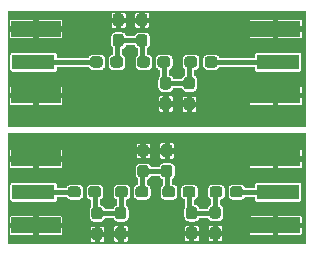
<source format=gbr>
G04 #@! TF.GenerationSoftware,KiCad,Pcbnew,(5.1.7)-1*
G04 #@! TF.CreationDate,2020-11-10T17:22:49+01:00*
G04 #@! TF.ProjectId,137_MHz_BPF_2nd_Order,3133375f-4d48-47a5-9f42-50465f326e64,rev?*
G04 #@! TF.SameCoordinates,Original*
G04 #@! TF.FileFunction,Copper,L1,Top*
G04 #@! TF.FilePolarity,Positive*
%FSLAX46Y46*%
G04 Gerber Fmt 4.6, Leading zero omitted, Abs format (unit mm)*
G04 Created by KiCad (PCBNEW (5.1.7)-1) date 2020-11-10 17:22:49*
%MOMM*%
%LPD*%
G01*
G04 APERTURE LIST*
G04 #@! TA.AperFunction,SMDPad,CuDef*
%ADD10R,3.600000X1.270000*%
G04 #@! TD*
G04 #@! TA.AperFunction,SMDPad,CuDef*
%ADD11R,4.200000X1.350000*%
G04 #@! TD*
G04 #@! TA.AperFunction,Conductor*
%ADD12C,0.450000*%
G04 #@! TD*
G04 #@! TA.AperFunction,Conductor*
%ADD13C,0.100000*%
G04 #@! TD*
G04 APERTURE END LIST*
G04 #@! TA.AperFunction,SMDPad,CuDef*
G36*
G01*
X39325000Y-58237500D02*
X39325000Y-57762500D01*
G75*
G02*
X39562500Y-57525000I237500J0D01*
G01*
X40162500Y-57525000D01*
G75*
G02*
X40400000Y-57762500I0J-237500D01*
G01*
X40400000Y-58237500D01*
G75*
G02*
X40162500Y-58475000I-237500J0D01*
G01*
X39562500Y-58475000D01*
G75*
G02*
X39325000Y-58237500I0J237500D01*
G01*
G37*
G04 #@! TD.AperFunction*
G04 #@! TA.AperFunction,SMDPad,CuDef*
G36*
G01*
X37600000Y-58237500D02*
X37600000Y-57762500D01*
G75*
G02*
X37837500Y-57525000I237500J0D01*
G01*
X38437500Y-57525000D01*
G75*
G02*
X38675000Y-57762500I0J-237500D01*
G01*
X38675000Y-58237500D01*
G75*
G02*
X38437500Y-58475000I-237500J0D01*
G01*
X37837500Y-58475000D01*
G75*
G02*
X37600000Y-58237500I0J237500D01*
G01*
G37*
G04 #@! TD.AperFunction*
G04 #@! TA.AperFunction,SMDPad,CuDef*
G36*
G01*
X39762500Y-55625000D02*
X40237500Y-55625000D01*
G75*
G02*
X40475000Y-55862500I0J-237500D01*
G01*
X40475000Y-56462500D01*
G75*
G02*
X40237500Y-56700000I-237500J0D01*
G01*
X39762500Y-56700000D01*
G75*
G02*
X39525000Y-56462500I0J237500D01*
G01*
X39525000Y-55862500D01*
G75*
G02*
X39762500Y-55625000I237500J0D01*
G01*
G37*
G04 #@! TD.AperFunction*
G04 #@! TA.AperFunction,SMDPad,CuDef*
G36*
G01*
X39762500Y-53900000D02*
X40237500Y-53900000D01*
G75*
G02*
X40475000Y-54137500I0J-237500D01*
G01*
X40475000Y-54737500D01*
G75*
G02*
X40237500Y-54975000I-237500J0D01*
G01*
X39762500Y-54975000D01*
G75*
G02*
X39525000Y-54737500I0J237500D01*
G01*
X39525000Y-54137500D01*
G75*
G02*
X39762500Y-53900000I237500J0D01*
G01*
G37*
G04 #@! TD.AperFunction*
G04 #@! TA.AperFunction,SMDPad,CuDef*
G36*
G01*
X41600000Y-58237500D02*
X41600000Y-57762500D01*
G75*
G02*
X41837500Y-57525000I237500J0D01*
G01*
X42437500Y-57525000D01*
G75*
G02*
X42675000Y-57762500I0J-237500D01*
G01*
X42675000Y-58237500D01*
G75*
G02*
X42437500Y-58475000I-237500J0D01*
G01*
X41837500Y-58475000D01*
G75*
G02*
X41600000Y-58237500I0J237500D01*
G01*
G37*
G04 #@! TD.AperFunction*
G04 #@! TA.AperFunction,SMDPad,CuDef*
G36*
G01*
X43325000Y-58237500D02*
X43325000Y-57762500D01*
G75*
G02*
X43562500Y-57525000I237500J0D01*
G01*
X44162500Y-57525000D01*
G75*
G02*
X44400000Y-57762500I0J-237500D01*
G01*
X44400000Y-58237500D01*
G75*
G02*
X44162500Y-58475000I-237500J0D01*
G01*
X43562500Y-58475000D01*
G75*
G02*
X43325000Y-58237500I0J237500D01*
G01*
G37*
G04 #@! TD.AperFunction*
G04 #@! TA.AperFunction,SMDPad,CuDef*
G36*
G01*
X44237500Y-62062500D02*
X43762500Y-62062500D01*
G75*
G02*
X43525000Y-61825000I0J237500D01*
G01*
X43525000Y-61225000D01*
G75*
G02*
X43762500Y-60987500I237500J0D01*
G01*
X44237500Y-60987500D01*
G75*
G02*
X44475000Y-61225000I0J-237500D01*
G01*
X44475000Y-61825000D01*
G75*
G02*
X44237500Y-62062500I-237500J0D01*
G01*
G37*
G04 #@! TD.AperFunction*
G04 #@! TA.AperFunction,SMDPad,CuDef*
G36*
G01*
X44237500Y-60337500D02*
X43762500Y-60337500D01*
G75*
G02*
X43525000Y-60100000I0J237500D01*
G01*
X43525000Y-59500000D01*
G75*
G02*
X43762500Y-59262500I237500J0D01*
G01*
X44237500Y-59262500D01*
G75*
G02*
X44475000Y-59500000I0J-237500D01*
G01*
X44475000Y-60100000D01*
G75*
G02*
X44237500Y-60337500I-237500J0D01*
G01*
G37*
G04 #@! TD.AperFunction*
G04 #@! TA.AperFunction,SMDPad,CuDef*
G36*
G01*
X47325000Y-58237500D02*
X47325000Y-57762500D01*
G75*
G02*
X47562500Y-57525000I237500J0D01*
G01*
X48162500Y-57525000D01*
G75*
G02*
X48400000Y-57762500I0J-237500D01*
G01*
X48400000Y-58237500D01*
G75*
G02*
X48162500Y-58475000I-237500J0D01*
G01*
X47562500Y-58475000D01*
G75*
G02*
X47325000Y-58237500I0J237500D01*
G01*
G37*
G04 #@! TD.AperFunction*
G04 #@! TA.AperFunction,SMDPad,CuDef*
G36*
G01*
X45600000Y-58237500D02*
X45600000Y-57762500D01*
G75*
G02*
X45837500Y-57525000I237500J0D01*
G01*
X46437500Y-57525000D01*
G75*
G02*
X46675000Y-57762500I0J-237500D01*
G01*
X46675000Y-58237500D01*
G75*
G02*
X46437500Y-58475000I-237500J0D01*
G01*
X45837500Y-58475000D01*
G75*
G02*
X45600000Y-58237500I0J237500D01*
G01*
G37*
G04 #@! TD.AperFunction*
G04 #@! TA.AperFunction,SMDPad,CuDef*
G36*
G01*
X37462500Y-69237500D02*
X37462500Y-68762500D01*
G75*
G02*
X37700000Y-68525000I237500J0D01*
G01*
X38300000Y-68525000D01*
G75*
G02*
X38537500Y-68762500I0J-237500D01*
G01*
X38537500Y-69237500D01*
G75*
G02*
X38300000Y-69475000I-237500J0D01*
G01*
X37700000Y-69475000D01*
G75*
G02*
X37462500Y-69237500I0J237500D01*
G01*
G37*
G04 #@! TD.AperFunction*
G04 #@! TA.AperFunction,SMDPad,CuDef*
G36*
G01*
X35737500Y-69237500D02*
X35737500Y-68762500D01*
G75*
G02*
X35975000Y-68525000I237500J0D01*
G01*
X36575000Y-68525000D01*
G75*
G02*
X36812500Y-68762500I0J-237500D01*
G01*
X36812500Y-69237500D01*
G75*
G02*
X36575000Y-69475000I-237500J0D01*
G01*
X35975000Y-69475000D01*
G75*
G02*
X35737500Y-69237500I0J237500D01*
G01*
G37*
G04 #@! TD.AperFunction*
G04 #@! TA.AperFunction,SMDPad,CuDef*
G36*
G01*
X39737500Y-69237500D02*
X39737500Y-68762500D01*
G75*
G02*
X39975000Y-68525000I237500J0D01*
G01*
X40575000Y-68525000D01*
G75*
G02*
X40812500Y-68762500I0J-237500D01*
G01*
X40812500Y-69237500D01*
G75*
G02*
X40575000Y-69475000I-237500J0D01*
G01*
X39975000Y-69475000D01*
G75*
G02*
X39737500Y-69237500I0J237500D01*
G01*
G37*
G04 #@! TD.AperFunction*
G04 #@! TA.AperFunction,SMDPad,CuDef*
G36*
G01*
X41462500Y-69237500D02*
X41462500Y-68762500D01*
G75*
G02*
X41700000Y-68525000I237500J0D01*
G01*
X42300000Y-68525000D01*
G75*
G02*
X42537500Y-68762500I0J-237500D01*
G01*
X42537500Y-69237500D01*
G75*
G02*
X42300000Y-69475000I-237500J0D01*
G01*
X41700000Y-69475000D01*
G75*
G02*
X41462500Y-69237500I0J237500D01*
G01*
G37*
G04 #@! TD.AperFunction*
G04 #@! TA.AperFunction,SMDPad,CuDef*
G36*
G01*
X45462500Y-69237500D02*
X45462500Y-68762500D01*
G75*
G02*
X45700000Y-68525000I237500J0D01*
G01*
X46300000Y-68525000D01*
G75*
G02*
X46537500Y-68762500I0J-237500D01*
G01*
X46537500Y-69237500D01*
G75*
G02*
X46300000Y-69475000I-237500J0D01*
G01*
X45700000Y-69475000D01*
G75*
G02*
X45462500Y-69237500I0J237500D01*
G01*
G37*
G04 #@! TD.AperFunction*
G04 #@! TA.AperFunction,SMDPad,CuDef*
G36*
G01*
X43737500Y-69237500D02*
X43737500Y-68762500D01*
G75*
G02*
X43975000Y-68525000I237500J0D01*
G01*
X44575000Y-68525000D01*
G75*
G02*
X44812500Y-68762500I0J-237500D01*
G01*
X44812500Y-69237500D01*
G75*
G02*
X44575000Y-69475000I-237500J0D01*
G01*
X43975000Y-69475000D01*
G75*
G02*
X43737500Y-69237500I0J237500D01*
G01*
G37*
G04 #@! TD.AperFunction*
G04 #@! TA.AperFunction,SMDPad,CuDef*
G36*
G01*
X49462500Y-69237500D02*
X49462500Y-68762500D01*
G75*
G02*
X49700000Y-68525000I237500J0D01*
G01*
X50300000Y-68525000D01*
G75*
G02*
X50537500Y-68762500I0J-237500D01*
G01*
X50537500Y-69237500D01*
G75*
G02*
X50300000Y-69475000I-237500J0D01*
G01*
X49700000Y-69475000D01*
G75*
G02*
X49462500Y-69237500I0J237500D01*
G01*
G37*
G04 #@! TD.AperFunction*
G04 #@! TA.AperFunction,SMDPad,CuDef*
G36*
G01*
X47737500Y-69237500D02*
X47737500Y-68762500D01*
G75*
G02*
X47975000Y-68525000I237500J0D01*
G01*
X48575000Y-68525000D01*
G75*
G02*
X48812500Y-68762500I0J-237500D01*
G01*
X48812500Y-69237500D01*
G75*
G02*
X48575000Y-69475000I-237500J0D01*
G01*
X47975000Y-69475000D01*
G75*
G02*
X47737500Y-69237500I0J237500D01*
G01*
G37*
G04 #@! TD.AperFunction*
G04 #@! TA.AperFunction,SMDPad,CuDef*
G36*
G01*
X40437500Y-73062500D02*
X39962500Y-73062500D01*
G75*
G02*
X39725000Y-72825000I0J237500D01*
G01*
X39725000Y-72225000D01*
G75*
G02*
X39962500Y-71987500I237500J0D01*
G01*
X40437500Y-71987500D01*
G75*
G02*
X40675000Y-72225000I0J-237500D01*
G01*
X40675000Y-72825000D01*
G75*
G02*
X40437500Y-73062500I-237500J0D01*
G01*
G37*
G04 #@! TD.AperFunction*
G04 #@! TA.AperFunction,SMDPad,CuDef*
G36*
G01*
X40437500Y-71337500D02*
X39962500Y-71337500D01*
G75*
G02*
X39725000Y-71100000I0J237500D01*
G01*
X39725000Y-70500000D01*
G75*
G02*
X39962500Y-70262500I237500J0D01*
G01*
X40437500Y-70262500D01*
G75*
G02*
X40675000Y-70500000I0J-237500D01*
G01*
X40675000Y-71100000D01*
G75*
G02*
X40437500Y-71337500I-237500J0D01*
G01*
G37*
G04 #@! TD.AperFunction*
G04 #@! TA.AperFunction,SMDPad,CuDef*
G36*
G01*
X43862500Y-64962500D02*
X44337500Y-64962500D01*
G75*
G02*
X44575000Y-65200000I0J-237500D01*
G01*
X44575000Y-65800000D01*
G75*
G02*
X44337500Y-66037500I-237500J0D01*
G01*
X43862500Y-66037500D01*
G75*
G02*
X43625000Y-65800000I0J237500D01*
G01*
X43625000Y-65200000D01*
G75*
G02*
X43862500Y-64962500I237500J0D01*
G01*
G37*
G04 #@! TD.AperFunction*
G04 #@! TA.AperFunction,SMDPad,CuDef*
G36*
G01*
X43862500Y-66687500D02*
X44337500Y-66687500D01*
G75*
G02*
X44575000Y-66925000I0J-237500D01*
G01*
X44575000Y-67525000D01*
G75*
G02*
X44337500Y-67762500I-237500J0D01*
G01*
X43862500Y-67762500D01*
G75*
G02*
X43625000Y-67525000I0J237500D01*
G01*
X43625000Y-66925000D01*
G75*
G02*
X43862500Y-66687500I237500J0D01*
G01*
G37*
G04 #@! TD.AperFunction*
G04 #@! TA.AperFunction,SMDPad,CuDef*
G36*
G01*
X46437500Y-73037500D02*
X45962500Y-73037500D01*
G75*
G02*
X45725000Y-72800000I0J237500D01*
G01*
X45725000Y-72200000D01*
G75*
G02*
X45962500Y-71962500I237500J0D01*
G01*
X46437500Y-71962500D01*
G75*
G02*
X46675000Y-72200000I0J-237500D01*
G01*
X46675000Y-72800000D01*
G75*
G02*
X46437500Y-73037500I-237500J0D01*
G01*
G37*
G04 #@! TD.AperFunction*
G04 #@! TA.AperFunction,SMDPad,CuDef*
G36*
G01*
X46437500Y-71312500D02*
X45962500Y-71312500D01*
G75*
G02*
X45725000Y-71075000I0J237500D01*
G01*
X45725000Y-70475000D01*
G75*
G02*
X45962500Y-70237500I237500J0D01*
G01*
X46437500Y-70237500D01*
G75*
G02*
X46675000Y-70475000I0J-237500D01*
G01*
X46675000Y-71075000D01*
G75*
G02*
X46437500Y-71312500I-237500J0D01*
G01*
G37*
G04 #@! TD.AperFunction*
D10*
X32800000Y-58000000D03*
D11*
X33000000Y-60825000D03*
X33000000Y-55175000D03*
X53300000Y-60825000D03*
X53300000Y-55175000D03*
D10*
X53500000Y-58000000D03*
D11*
X33000000Y-66175000D03*
X33000000Y-71825000D03*
D10*
X32800000Y-69000000D03*
X53500000Y-69000000D03*
D11*
X53300000Y-66175000D03*
X53300000Y-71825000D03*
G04 #@! TA.AperFunction,SMDPad,CuDef*
G36*
G01*
X42237500Y-56700000D02*
X41762500Y-56700000D01*
G75*
G02*
X41525000Y-56462500I0J237500D01*
G01*
X41525000Y-55887500D01*
G75*
G02*
X41762500Y-55650000I237500J0D01*
G01*
X42237500Y-55650000D01*
G75*
G02*
X42475000Y-55887500I0J-237500D01*
G01*
X42475000Y-56462500D01*
G75*
G02*
X42237500Y-56700000I-237500J0D01*
G01*
G37*
G04 #@! TD.AperFunction*
G04 #@! TA.AperFunction,SMDPad,CuDef*
G36*
G01*
X42237500Y-54950000D02*
X41762500Y-54950000D01*
G75*
G02*
X41525000Y-54712500I0J237500D01*
G01*
X41525000Y-54137500D01*
G75*
G02*
X41762500Y-53900000I237500J0D01*
G01*
X42237500Y-53900000D01*
G75*
G02*
X42475000Y-54137500I0J-237500D01*
G01*
X42475000Y-54712500D01*
G75*
G02*
X42237500Y-54950000I-237500J0D01*
G01*
G37*
G04 #@! TD.AperFunction*
G04 #@! TA.AperFunction,SMDPad,CuDef*
G36*
G01*
X45762500Y-59275000D02*
X46237500Y-59275000D01*
G75*
G02*
X46475000Y-59512500I0J-237500D01*
G01*
X46475000Y-60087500D01*
G75*
G02*
X46237500Y-60325000I-237500J0D01*
G01*
X45762500Y-60325000D01*
G75*
G02*
X45525000Y-60087500I0J237500D01*
G01*
X45525000Y-59512500D01*
G75*
G02*
X45762500Y-59275000I237500J0D01*
G01*
G37*
G04 #@! TD.AperFunction*
G04 #@! TA.AperFunction,SMDPad,CuDef*
G36*
G01*
X45762500Y-61025000D02*
X46237500Y-61025000D01*
G75*
G02*
X46475000Y-61262500I0J-237500D01*
G01*
X46475000Y-61837500D01*
G75*
G02*
X46237500Y-62075000I-237500J0D01*
G01*
X45762500Y-62075000D01*
G75*
G02*
X45525000Y-61837500I0J237500D01*
G01*
X45525000Y-61262500D01*
G75*
G02*
X45762500Y-61025000I237500J0D01*
G01*
G37*
G04 #@! TD.AperFunction*
G04 #@! TA.AperFunction,SMDPad,CuDef*
G36*
G01*
X37962500Y-72025000D02*
X38437500Y-72025000D01*
G75*
G02*
X38675000Y-72262500I0J-237500D01*
G01*
X38675000Y-72837500D01*
G75*
G02*
X38437500Y-73075000I-237500J0D01*
G01*
X37962500Y-73075000D01*
G75*
G02*
X37725000Y-72837500I0J237500D01*
G01*
X37725000Y-72262500D01*
G75*
G02*
X37962500Y-72025000I237500J0D01*
G01*
G37*
G04 #@! TD.AperFunction*
G04 #@! TA.AperFunction,SMDPad,CuDef*
G36*
G01*
X37962500Y-70275000D02*
X38437500Y-70275000D01*
G75*
G02*
X38675000Y-70512500I0J-237500D01*
G01*
X38675000Y-71087500D01*
G75*
G02*
X38437500Y-71325000I-237500J0D01*
G01*
X37962500Y-71325000D01*
G75*
G02*
X37725000Y-71087500I0J237500D01*
G01*
X37725000Y-70512500D01*
G75*
G02*
X37962500Y-70275000I237500J0D01*
G01*
G37*
G04 #@! TD.AperFunction*
G04 #@! TA.AperFunction,SMDPad,CuDef*
G36*
G01*
X42337500Y-67775000D02*
X41862500Y-67775000D01*
G75*
G02*
X41625000Y-67537500I0J237500D01*
G01*
X41625000Y-66962500D01*
G75*
G02*
X41862500Y-66725000I237500J0D01*
G01*
X42337500Y-66725000D01*
G75*
G02*
X42575000Y-66962500I0J-237500D01*
G01*
X42575000Y-67537500D01*
G75*
G02*
X42337500Y-67775000I-237500J0D01*
G01*
G37*
G04 #@! TD.AperFunction*
G04 #@! TA.AperFunction,SMDPad,CuDef*
G36*
G01*
X42337500Y-66025000D02*
X41862500Y-66025000D01*
G75*
G02*
X41625000Y-65787500I0J237500D01*
G01*
X41625000Y-65212500D01*
G75*
G02*
X41862500Y-64975000I237500J0D01*
G01*
X42337500Y-64975000D01*
G75*
G02*
X42575000Y-65212500I0J-237500D01*
G01*
X42575000Y-65787500D01*
G75*
G02*
X42337500Y-66025000I-237500J0D01*
G01*
G37*
G04 #@! TD.AperFunction*
G04 #@! TA.AperFunction,SMDPad,CuDef*
G36*
G01*
X47962500Y-71975000D02*
X48437500Y-71975000D01*
G75*
G02*
X48675000Y-72212500I0J-237500D01*
G01*
X48675000Y-72787500D01*
G75*
G02*
X48437500Y-73025000I-237500J0D01*
G01*
X47962500Y-73025000D01*
G75*
G02*
X47725000Y-72787500I0J237500D01*
G01*
X47725000Y-72212500D01*
G75*
G02*
X47962500Y-71975000I237500J0D01*
G01*
G37*
G04 #@! TD.AperFunction*
G04 #@! TA.AperFunction,SMDPad,CuDef*
G36*
G01*
X47962500Y-70225000D02*
X48437500Y-70225000D01*
G75*
G02*
X48675000Y-70462500I0J-237500D01*
G01*
X48675000Y-71037500D01*
G75*
G02*
X48437500Y-71275000I-237500J0D01*
G01*
X47962500Y-71275000D01*
G75*
G02*
X47725000Y-71037500I0J237500D01*
G01*
X47725000Y-70462500D01*
G75*
G02*
X47962500Y-70225000I237500J0D01*
G01*
G37*
G04 #@! TD.AperFunction*
D12*
X32800000Y-58000000D02*
X38137500Y-58000000D01*
X39862500Y-56300000D02*
X40000000Y-56162500D01*
X39862500Y-58000000D02*
X39862500Y-56300000D01*
X41987500Y-56162500D02*
X42000000Y-56175000D01*
X40000000Y-56162500D02*
X41987500Y-56162500D01*
X42000000Y-57862500D02*
X42137500Y-58000000D01*
X42000000Y-56175000D02*
X42000000Y-57862500D01*
X43862500Y-59662500D02*
X44000000Y-59800000D01*
X43862500Y-58000000D02*
X43862500Y-59662500D01*
X44000000Y-59800000D02*
X46000000Y-59800000D01*
X46000000Y-58137500D02*
X46137500Y-58000000D01*
X46000000Y-59800000D02*
X46000000Y-58137500D01*
X47862500Y-58000000D02*
X53500000Y-58000000D01*
X38000000Y-70600000D02*
X38200000Y-70800000D01*
X38000000Y-69000000D02*
X38000000Y-70600000D01*
X40200000Y-69075000D02*
X40275000Y-69000000D01*
X40200000Y-70800000D02*
X40200000Y-69075000D01*
X38200000Y-70800000D02*
X40200000Y-70800000D01*
X32800000Y-69000000D02*
X36275000Y-69000000D01*
X42000000Y-67350000D02*
X42100000Y-67250000D01*
X42000000Y-69000000D02*
X42000000Y-67350000D01*
X44075000Y-67250000D02*
X44100000Y-67225000D01*
X42100000Y-67250000D02*
X44075000Y-67250000D01*
X44100000Y-68825000D02*
X44275000Y-69000000D01*
X44100000Y-67225000D02*
X44100000Y-68825000D01*
X46000000Y-70575000D02*
X46200000Y-70775000D01*
X46000000Y-69000000D02*
X46000000Y-70575000D01*
X48175000Y-70775000D02*
X48200000Y-70750000D01*
X46200000Y-70775000D02*
X48175000Y-70775000D01*
X48200000Y-69075000D02*
X48275000Y-69000000D01*
X48200000Y-70750000D02*
X48200000Y-69075000D01*
X50000000Y-69000000D02*
X53500000Y-69000000D01*
D13*
X55825001Y-63450000D02*
X30675000Y-63450000D01*
X30675000Y-62062500D01*
X43374274Y-62062500D01*
X43377170Y-62091905D01*
X43385747Y-62120180D01*
X43399676Y-62146239D01*
X43418421Y-62169079D01*
X43441261Y-62187824D01*
X43467320Y-62201753D01*
X43495595Y-62210330D01*
X43525000Y-62213226D01*
X43787500Y-62212500D01*
X43825000Y-62175000D01*
X43825000Y-61700000D01*
X44175000Y-61700000D01*
X44175000Y-62175000D01*
X44212500Y-62212500D01*
X44475000Y-62213226D01*
X44504405Y-62210330D01*
X44532680Y-62201753D01*
X44558739Y-62187824D01*
X44581579Y-62169079D01*
X44600324Y-62146239D01*
X44614253Y-62120180D01*
X44622830Y-62091905D01*
X44624494Y-62075000D01*
X45374274Y-62075000D01*
X45377170Y-62104405D01*
X45385747Y-62132680D01*
X45399676Y-62158739D01*
X45418421Y-62181579D01*
X45441261Y-62200324D01*
X45467320Y-62214253D01*
X45495595Y-62222830D01*
X45525000Y-62225726D01*
X45787500Y-62225000D01*
X45825000Y-62187500D01*
X45825000Y-61725000D01*
X46175000Y-61725000D01*
X46175000Y-62187500D01*
X46212500Y-62225000D01*
X46475000Y-62225726D01*
X46504405Y-62222830D01*
X46532680Y-62214253D01*
X46558739Y-62200324D01*
X46581579Y-62181579D01*
X46600324Y-62158739D01*
X46614253Y-62132680D01*
X46622830Y-62104405D01*
X46625726Y-62075000D01*
X46625000Y-61762500D01*
X46587500Y-61725000D01*
X46175000Y-61725000D01*
X45825000Y-61725000D01*
X45412500Y-61725000D01*
X45375000Y-61762500D01*
X45374274Y-62075000D01*
X44624494Y-62075000D01*
X44625726Y-62062500D01*
X44625000Y-61737500D01*
X44587500Y-61700000D01*
X44175000Y-61700000D01*
X43825000Y-61700000D01*
X43412500Y-61700000D01*
X43375000Y-61737500D01*
X43374274Y-62062500D01*
X30675000Y-62062500D01*
X30675000Y-61500000D01*
X30749274Y-61500000D01*
X30752170Y-61529405D01*
X30760747Y-61557680D01*
X30774676Y-61583739D01*
X30793421Y-61606579D01*
X30816261Y-61625324D01*
X30842320Y-61639253D01*
X30870595Y-61647830D01*
X30900000Y-61650726D01*
X32787500Y-61650000D01*
X32825000Y-61612500D01*
X32825000Y-61000000D01*
X33175000Y-61000000D01*
X33175000Y-61612500D01*
X33212500Y-61650000D01*
X35100000Y-61650726D01*
X35129405Y-61647830D01*
X35157680Y-61639253D01*
X35183739Y-61625324D01*
X35206579Y-61606579D01*
X35225324Y-61583739D01*
X35239253Y-61557680D01*
X35247830Y-61529405D01*
X35250726Y-61500000D01*
X51049274Y-61500000D01*
X51052170Y-61529405D01*
X51060747Y-61557680D01*
X51074676Y-61583739D01*
X51093421Y-61606579D01*
X51116261Y-61625324D01*
X51142320Y-61639253D01*
X51170595Y-61647830D01*
X51200000Y-61650726D01*
X53087500Y-61650000D01*
X53125000Y-61612500D01*
X53125000Y-61000000D01*
X53475000Y-61000000D01*
X53475000Y-61612500D01*
X53512500Y-61650000D01*
X55400000Y-61650726D01*
X55429405Y-61647830D01*
X55457680Y-61639253D01*
X55483739Y-61625324D01*
X55506579Y-61606579D01*
X55525324Y-61583739D01*
X55539253Y-61557680D01*
X55547830Y-61529405D01*
X55550726Y-61500000D01*
X55550000Y-61037500D01*
X55512500Y-61000000D01*
X53475000Y-61000000D01*
X53125000Y-61000000D01*
X51087500Y-61000000D01*
X51050000Y-61037500D01*
X51049274Y-61500000D01*
X35250726Y-61500000D01*
X35250000Y-61037500D01*
X35212500Y-61000000D01*
X33175000Y-61000000D01*
X32825000Y-61000000D01*
X30787500Y-61000000D01*
X30750000Y-61037500D01*
X30749274Y-61500000D01*
X30675000Y-61500000D01*
X30675000Y-60987500D01*
X43374274Y-60987500D01*
X43375000Y-61312500D01*
X43412500Y-61350000D01*
X43825000Y-61350000D01*
X43825000Y-60875000D01*
X44175000Y-60875000D01*
X44175000Y-61350000D01*
X44587500Y-61350000D01*
X44625000Y-61312500D01*
X44625642Y-61025000D01*
X45374274Y-61025000D01*
X45375000Y-61337500D01*
X45412500Y-61375000D01*
X45825000Y-61375000D01*
X45825000Y-60912500D01*
X46175000Y-60912500D01*
X46175000Y-61375000D01*
X46587500Y-61375000D01*
X46625000Y-61337500D01*
X46625726Y-61025000D01*
X46622830Y-60995595D01*
X46614253Y-60967320D01*
X46600324Y-60941261D01*
X46581579Y-60918421D01*
X46558739Y-60899676D01*
X46532680Y-60885747D01*
X46504405Y-60877170D01*
X46475000Y-60874274D01*
X46212500Y-60875000D01*
X46175000Y-60912500D01*
X45825000Y-60912500D01*
X45787500Y-60875000D01*
X45525000Y-60874274D01*
X45495595Y-60877170D01*
X45467320Y-60885747D01*
X45441261Y-60899676D01*
X45418421Y-60918421D01*
X45399676Y-60941261D01*
X45385747Y-60967320D01*
X45377170Y-60995595D01*
X45374274Y-61025000D01*
X44625642Y-61025000D01*
X44625726Y-60987500D01*
X44622830Y-60958095D01*
X44614253Y-60929820D01*
X44600324Y-60903761D01*
X44581579Y-60880921D01*
X44558739Y-60862176D01*
X44532680Y-60848247D01*
X44504405Y-60839670D01*
X44475000Y-60836774D01*
X44212500Y-60837500D01*
X44175000Y-60875000D01*
X43825000Y-60875000D01*
X43787500Y-60837500D01*
X43525000Y-60836774D01*
X43495595Y-60839670D01*
X43467320Y-60848247D01*
X43441261Y-60862176D01*
X43418421Y-60880921D01*
X43399676Y-60903761D01*
X43385747Y-60929820D01*
X43377170Y-60958095D01*
X43374274Y-60987500D01*
X30675000Y-60987500D01*
X30675000Y-60150000D01*
X30749274Y-60150000D01*
X30750000Y-60612500D01*
X30787500Y-60650000D01*
X32825000Y-60650000D01*
X32825000Y-60037500D01*
X33175000Y-60037500D01*
X33175000Y-60650000D01*
X35212500Y-60650000D01*
X35250000Y-60612500D01*
X35250726Y-60150000D01*
X35247830Y-60120595D01*
X35239253Y-60092320D01*
X35225324Y-60066261D01*
X35206579Y-60043421D01*
X35183739Y-60024676D01*
X35157680Y-60010747D01*
X35129405Y-60002170D01*
X35100000Y-59999274D01*
X33212500Y-60000000D01*
X33175000Y-60037500D01*
X32825000Y-60037500D01*
X32787500Y-60000000D01*
X30900000Y-59999274D01*
X30870595Y-60002170D01*
X30842320Y-60010747D01*
X30816261Y-60024676D01*
X30793421Y-60043421D01*
X30774676Y-60066261D01*
X30760747Y-60092320D01*
X30752170Y-60120595D01*
X30749274Y-60150000D01*
X30675000Y-60150000D01*
X30675000Y-57365000D01*
X30796621Y-57365000D01*
X30796621Y-58635000D01*
X30800529Y-58674677D01*
X30812102Y-58712830D01*
X30830897Y-58747991D01*
X30856189Y-58778811D01*
X30887009Y-58804103D01*
X30922170Y-58822898D01*
X30960323Y-58834471D01*
X31000000Y-58838379D01*
X34600000Y-58838379D01*
X34639677Y-58834471D01*
X34677830Y-58822898D01*
X34712991Y-58804103D01*
X34743811Y-58778811D01*
X34769103Y-58747991D01*
X34787898Y-58712830D01*
X34799471Y-58674677D01*
X34803379Y-58635000D01*
X34803379Y-58427400D01*
X37441504Y-58427400D01*
X37470923Y-58482439D01*
X37525751Y-58549249D01*
X37592561Y-58604077D01*
X37668783Y-58644819D01*
X37751489Y-58669908D01*
X37837500Y-58678379D01*
X38437500Y-58678379D01*
X38523511Y-58669908D01*
X38606217Y-58644819D01*
X38682439Y-58604077D01*
X38749249Y-58549249D01*
X38804077Y-58482439D01*
X38844819Y-58406217D01*
X38869908Y-58323511D01*
X38878379Y-58237500D01*
X38878379Y-57762500D01*
X39121621Y-57762500D01*
X39121621Y-58237500D01*
X39130092Y-58323511D01*
X39155181Y-58406217D01*
X39195923Y-58482439D01*
X39250751Y-58549249D01*
X39317561Y-58604077D01*
X39393783Y-58644819D01*
X39476489Y-58669908D01*
X39562500Y-58678379D01*
X40162500Y-58678379D01*
X40248511Y-58669908D01*
X40331217Y-58644819D01*
X40407439Y-58604077D01*
X40474249Y-58549249D01*
X40529077Y-58482439D01*
X40569819Y-58406217D01*
X40594908Y-58323511D01*
X40603379Y-58237500D01*
X40603379Y-57762500D01*
X40594908Y-57676489D01*
X40569819Y-57593783D01*
X40529077Y-57517561D01*
X40474249Y-57450751D01*
X40407439Y-57395923D01*
X40331217Y-57355181D01*
X40289900Y-57342647D01*
X40289900Y-56898218D01*
X40323511Y-56894908D01*
X40406217Y-56869819D01*
X40482439Y-56829077D01*
X40549249Y-56774249D01*
X40604077Y-56707439D01*
X40644819Y-56631217D01*
X40657353Y-56589900D01*
X41342647Y-56589900D01*
X41355181Y-56631217D01*
X41395923Y-56707439D01*
X41450751Y-56774249D01*
X41517561Y-56829077D01*
X41572600Y-56858497D01*
X41572601Y-57412304D01*
X41525751Y-57450751D01*
X41470923Y-57517561D01*
X41430181Y-57593783D01*
X41405092Y-57676489D01*
X41396621Y-57762500D01*
X41396621Y-58237500D01*
X41405092Y-58323511D01*
X41430181Y-58406217D01*
X41470923Y-58482439D01*
X41525751Y-58549249D01*
X41592561Y-58604077D01*
X41668783Y-58644819D01*
X41751489Y-58669908D01*
X41837500Y-58678379D01*
X42437500Y-58678379D01*
X42523511Y-58669908D01*
X42606217Y-58644819D01*
X42682439Y-58604077D01*
X42749249Y-58549249D01*
X42804077Y-58482439D01*
X42844819Y-58406217D01*
X42869908Y-58323511D01*
X42878379Y-58237500D01*
X42878379Y-57762500D01*
X43121621Y-57762500D01*
X43121621Y-58237500D01*
X43130092Y-58323511D01*
X43155181Y-58406217D01*
X43195923Y-58482439D01*
X43250751Y-58549249D01*
X43317561Y-58604077D01*
X43393783Y-58644819D01*
X43435100Y-58657353D01*
X43435101Y-59207321D01*
X43395923Y-59255061D01*
X43355181Y-59331283D01*
X43330092Y-59413989D01*
X43321621Y-59500000D01*
X43321621Y-60100000D01*
X43330092Y-60186011D01*
X43355181Y-60268717D01*
X43395923Y-60344939D01*
X43450751Y-60411749D01*
X43517561Y-60466577D01*
X43593783Y-60507319D01*
X43676489Y-60532408D01*
X43762500Y-60540879D01*
X44237500Y-60540879D01*
X44323511Y-60532408D01*
X44406217Y-60507319D01*
X44482439Y-60466577D01*
X44549249Y-60411749D01*
X44604077Y-60344939D01*
X44644819Y-60268717D01*
X44657353Y-60227400D01*
X45346439Y-60227400D01*
X45355181Y-60256217D01*
X45395923Y-60332439D01*
X45450751Y-60399249D01*
X45517561Y-60454077D01*
X45593783Y-60494819D01*
X45676489Y-60519908D01*
X45762500Y-60528379D01*
X46237500Y-60528379D01*
X46323511Y-60519908D01*
X46406217Y-60494819D01*
X46482439Y-60454077D01*
X46549249Y-60399249D01*
X46604077Y-60332439D01*
X46644819Y-60256217D01*
X46669908Y-60173511D01*
X46672223Y-60150000D01*
X51049274Y-60150000D01*
X51050000Y-60612500D01*
X51087500Y-60650000D01*
X53125000Y-60650000D01*
X53125000Y-60037500D01*
X53475000Y-60037500D01*
X53475000Y-60650000D01*
X55512500Y-60650000D01*
X55550000Y-60612500D01*
X55550726Y-60150000D01*
X55547830Y-60120595D01*
X55539253Y-60092320D01*
X55525324Y-60066261D01*
X55506579Y-60043421D01*
X55483739Y-60024676D01*
X55457680Y-60010747D01*
X55429405Y-60002170D01*
X55400000Y-59999274D01*
X53512500Y-60000000D01*
X53475000Y-60037500D01*
X53125000Y-60037500D01*
X53087500Y-60000000D01*
X51200000Y-59999274D01*
X51170595Y-60002170D01*
X51142320Y-60010747D01*
X51116261Y-60024676D01*
X51093421Y-60043421D01*
X51074676Y-60066261D01*
X51060747Y-60092320D01*
X51052170Y-60120595D01*
X51049274Y-60150000D01*
X46672223Y-60150000D01*
X46678379Y-60087500D01*
X46678379Y-59512500D01*
X46669908Y-59426489D01*
X46644819Y-59343783D01*
X46604077Y-59267561D01*
X46549249Y-59200751D01*
X46482439Y-59145923D01*
X46427400Y-59116504D01*
X46427400Y-58678379D01*
X46437500Y-58678379D01*
X46523511Y-58669908D01*
X46606217Y-58644819D01*
X46682439Y-58604077D01*
X46749249Y-58549249D01*
X46804077Y-58482439D01*
X46844819Y-58406217D01*
X46869908Y-58323511D01*
X46878379Y-58237500D01*
X46878379Y-57762500D01*
X47121621Y-57762500D01*
X47121621Y-58237500D01*
X47130092Y-58323511D01*
X47155181Y-58406217D01*
X47195923Y-58482439D01*
X47250751Y-58549249D01*
X47317561Y-58604077D01*
X47393783Y-58644819D01*
X47476489Y-58669908D01*
X47562500Y-58678379D01*
X48162500Y-58678379D01*
X48248511Y-58669908D01*
X48331217Y-58644819D01*
X48407439Y-58604077D01*
X48474249Y-58549249D01*
X48529077Y-58482439D01*
X48558496Y-58427400D01*
X51496621Y-58427400D01*
X51496621Y-58635000D01*
X51500529Y-58674677D01*
X51512102Y-58712830D01*
X51530897Y-58747991D01*
X51556189Y-58778811D01*
X51587009Y-58804103D01*
X51622170Y-58822898D01*
X51660323Y-58834471D01*
X51700000Y-58838379D01*
X55300000Y-58838379D01*
X55339677Y-58834471D01*
X55377830Y-58822898D01*
X55412991Y-58804103D01*
X55443811Y-58778811D01*
X55469103Y-58747991D01*
X55487898Y-58712830D01*
X55499471Y-58674677D01*
X55503379Y-58635000D01*
X55503379Y-57365000D01*
X55499471Y-57325323D01*
X55487898Y-57287170D01*
X55469103Y-57252009D01*
X55443811Y-57221189D01*
X55412991Y-57195897D01*
X55377830Y-57177102D01*
X55339677Y-57165529D01*
X55300000Y-57161621D01*
X51700000Y-57161621D01*
X51660323Y-57165529D01*
X51622170Y-57177102D01*
X51587009Y-57195897D01*
X51556189Y-57221189D01*
X51530897Y-57252009D01*
X51512102Y-57287170D01*
X51500529Y-57325323D01*
X51496621Y-57365000D01*
X51496621Y-57572600D01*
X48558496Y-57572600D01*
X48529077Y-57517561D01*
X48474249Y-57450751D01*
X48407439Y-57395923D01*
X48331217Y-57355181D01*
X48248511Y-57330092D01*
X48162500Y-57321621D01*
X47562500Y-57321621D01*
X47476489Y-57330092D01*
X47393783Y-57355181D01*
X47317561Y-57395923D01*
X47250751Y-57450751D01*
X47195923Y-57517561D01*
X47155181Y-57593783D01*
X47130092Y-57676489D01*
X47121621Y-57762500D01*
X46878379Y-57762500D01*
X46869908Y-57676489D01*
X46844819Y-57593783D01*
X46804077Y-57517561D01*
X46749249Y-57450751D01*
X46682439Y-57395923D01*
X46606217Y-57355181D01*
X46523511Y-57330092D01*
X46437500Y-57321621D01*
X45837500Y-57321621D01*
X45751489Y-57330092D01*
X45668783Y-57355181D01*
X45592561Y-57395923D01*
X45525751Y-57450751D01*
X45470923Y-57517561D01*
X45430181Y-57593783D01*
X45405092Y-57676489D01*
X45396621Y-57762500D01*
X45396621Y-58237500D01*
X45405092Y-58323511D01*
X45430181Y-58406217D01*
X45470923Y-58482439D01*
X45525751Y-58549249D01*
X45572601Y-58587696D01*
X45572600Y-59116503D01*
X45517561Y-59145923D01*
X45450751Y-59200751D01*
X45395923Y-59267561D01*
X45355181Y-59343783D01*
X45346439Y-59372600D01*
X44657353Y-59372600D01*
X44644819Y-59331283D01*
X44604077Y-59255061D01*
X44549249Y-59188251D01*
X44482439Y-59133423D01*
X44406217Y-59092681D01*
X44323511Y-59067592D01*
X44289900Y-59064282D01*
X44289900Y-58657353D01*
X44331217Y-58644819D01*
X44407439Y-58604077D01*
X44474249Y-58549249D01*
X44529077Y-58482439D01*
X44569819Y-58406217D01*
X44594908Y-58323511D01*
X44603379Y-58237500D01*
X44603379Y-57762500D01*
X44594908Y-57676489D01*
X44569819Y-57593783D01*
X44529077Y-57517561D01*
X44474249Y-57450751D01*
X44407439Y-57395923D01*
X44331217Y-57355181D01*
X44248511Y-57330092D01*
X44162500Y-57321621D01*
X43562500Y-57321621D01*
X43476489Y-57330092D01*
X43393783Y-57355181D01*
X43317561Y-57395923D01*
X43250751Y-57450751D01*
X43195923Y-57517561D01*
X43155181Y-57593783D01*
X43130092Y-57676489D01*
X43121621Y-57762500D01*
X42878379Y-57762500D01*
X42869908Y-57676489D01*
X42844819Y-57593783D01*
X42804077Y-57517561D01*
X42749249Y-57450751D01*
X42682439Y-57395923D01*
X42606217Y-57355181D01*
X42523511Y-57330092D01*
X42437500Y-57321621D01*
X42427400Y-57321621D01*
X42427400Y-56858496D01*
X42482439Y-56829077D01*
X42549249Y-56774249D01*
X42604077Y-56707439D01*
X42644819Y-56631217D01*
X42669908Y-56548511D01*
X42678379Y-56462500D01*
X42678379Y-55887500D01*
X42674686Y-55850000D01*
X51049274Y-55850000D01*
X51052170Y-55879405D01*
X51060747Y-55907680D01*
X51074676Y-55933739D01*
X51093421Y-55956579D01*
X51116261Y-55975324D01*
X51142320Y-55989253D01*
X51170595Y-55997830D01*
X51200000Y-56000726D01*
X53087500Y-56000000D01*
X53125000Y-55962500D01*
X53125000Y-55350000D01*
X53475000Y-55350000D01*
X53475000Y-55962500D01*
X53512500Y-56000000D01*
X55400000Y-56000726D01*
X55429405Y-55997830D01*
X55457680Y-55989253D01*
X55483739Y-55975324D01*
X55506579Y-55956579D01*
X55525324Y-55933739D01*
X55539253Y-55907680D01*
X55547830Y-55879405D01*
X55550726Y-55850000D01*
X55550000Y-55387500D01*
X55512500Y-55350000D01*
X53475000Y-55350000D01*
X53125000Y-55350000D01*
X51087500Y-55350000D01*
X51050000Y-55387500D01*
X51049274Y-55850000D01*
X42674686Y-55850000D01*
X42669908Y-55801489D01*
X42644819Y-55718783D01*
X42604077Y-55642561D01*
X42549249Y-55575751D01*
X42482439Y-55520923D01*
X42406217Y-55480181D01*
X42323511Y-55455092D01*
X42237500Y-55446621D01*
X41762500Y-55446621D01*
X41676489Y-55455092D01*
X41593783Y-55480181D01*
X41517561Y-55520923D01*
X41450751Y-55575751D01*
X41395923Y-55642561D01*
X41355181Y-55718783D01*
X41350231Y-55735100D01*
X40657353Y-55735100D01*
X40644819Y-55693783D01*
X40604077Y-55617561D01*
X40549249Y-55550751D01*
X40482439Y-55495923D01*
X40406217Y-55455181D01*
X40323511Y-55430092D01*
X40237500Y-55421621D01*
X39762500Y-55421621D01*
X39676489Y-55430092D01*
X39593783Y-55455181D01*
X39517561Y-55495923D01*
X39450751Y-55550751D01*
X39395923Y-55617561D01*
X39355181Y-55693783D01*
X39330092Y-55776489D01*
X39321621Y-55862500D01*
X39321621Y-56462500D01*
X39330092Y-56548511D01*
X39355181Y-56631217D01*
X39395923Y-56707439D01*
X39435101Y-56755179D01*
X39435100Y-57342647D01*
X39393783Y-57355181D01*
X39317561Y-57395923D01*
X39250751Y-57450751D01*
X39195923Y-57517561D01*
X39155181Y-57593783D01*
X39130092Y-57676489D01*
X39121621Y-57762500D01*
X38878379Y-57762500D01*
X38869908Y-57676489D01*
X38844819Y-57593783D01*
X38804077Y-57517561D01*
X38749249Y-57450751D01*
X38682439Y-57395923D01*
X38606217Y-57355181D01*
X38523511Y-57330092D01*
X38437500Y-57321621D01*
X37837500Y-57321621D01*
X37751489Y-57330092D01*
X37668783Y-57355181D01*
X37592561Y-57395923D01*
X37525751Y-57450751D01*
X37470923Y-57517561D01*
X37441504Y-57572600D01*
X34803379Y-57572600D01*
X34803379Y-57365000D01*
X34799471Y-57325323D01*
X34787898Y-57287170D01*
X34769103Y-57252009D01*
X34743811Y-57221189D01*
X34712991Y-57195897D01*
X34677830Y-57177102D01*
X34639677Y-57165529D01*
X34600000Y-57161621D01*
X31000000Y-57161621D01*
X30960323Y-57165529D01*
X30922170Y-57177102D01*
X30887009Y-57195897D01*
X30856189Y-57221189D01*
X30830897Y-57252009D01*
X30812102Y-57287170D01*
X30800529Y-57325323D01*
X30796621Y-57365000D01*
X30675000Y-57365000D01*
X30675000Y-55850000D01*
X30749274Y-55850000D01*
X30752170Y-55879405D01*
X30760747Y-55907680D01*
X30774676Y-55933739D01*
X30793421Y-55956579D01*
X30816261Y-55975324D01*
X30842320Y-55989253D01*
X30870595Y-55997830D01*
X30900000Y-56000726D01*
X32787500Y-56000000D01*
X32825000Y-55962500D01*
X32825000Y-55350000D01*
X33175000Y-55350000D01*
X33175000Y-55962500D01*
X33212500Y-56000000D01*
X35100000Y-56000726D01*
X35129405Y-55997830D01*
X35157680Y-55989253D01*
X35183739Y-55975324D01*
X35206579Y-55956579D01*
X35225324Y-55933739D01*
X35239253Y-55907680D01*
X35247830Y-55879405D01*
X35250726Y-55850000D01*
X35250000Y-55387500D01*
X35212500Y-55350000D01*
X33175000Y-55350000D01*
X32825000Y-55350000D01*
X30787500Y-55350000D01*
X30750000Y-55387500D01*
X30749274Y-55850000D01*
X30675000Y-55850000D01*
X30675000Y-54500000D01*
X30749274Y-54500000D01*
X30750000Y-54962500D01*
X30787500Y-55000000D01*
X32825000Y-55000000D01*
X32825000Y-54387500D01*
X33175000Y-54387500D01*
X33175000Y-55000000D01*
X35212500Y-55000000D01*
X35237500Y-54975000D01*
X39374274Y-54975000D01*
X39377170Y-55004405D01*
X39385747Y-55032680D01*
X39399676Y-55058739D01*
X39418421Y-55081579D01*
X39441261Y-55100324D01*
X39467320Y-55114253D01*
X39495595Y-55122830D01*
X39525000Y-55125726D01*
X39787500Y-55125000D01*
X39825000Y-55087500D01*
X39825000Y-54612500D01*
X40175000Y-54612500D01*
X40175000Y-55087500D01*
X40212500Y-55125000D01*
X40475000Y-55125726D01*
X40504405Y-55122830D01*
X40532680Y-55114253D01*
X40558739Y-55100324D01*
X40581579Y-55081579D01*
X40600324Y-55058739D01*
X40614253Y-55032680D01*
X40622830Y-55004405D01*
X40625726Y-54975000D01*
X40625671Y-54950000D01*
X41374274Y-54950000D01*
X41377170Y-54979405D01*
X41385747Y-55007680D01*
X41399676Y-55033739D01*
X41418421Y-55056579D01*
X41441261Y-55075324D01*
X41467320Y-55089253D01*
X41495595Y-55097830D01*
X41525000Y-55100726D01*
X41787500Y-55100000D01*
X41825000Y-55062500D01*
X41825000Y-54600000D01*
X42175000Y-54600000D01*
X42175000Y-55062500D01*
X42212500Y-55100000D01*
X42475000Y-55100726D01*
X42504405Y-55097830D01*
X42532680Y-55089253D01*
X42558739Y-55075324D01*
X42581579Y-55056579D01*
X42600324Y-55033739D01*
X42614253Y-55007680D01*
X42622830Y-54979405D01*
X42625726Y-54950000D01*
X42625000Y-54637500D01*
X42587500Y-54600000D01*
X42175000Y-54600000D01*
X41825000Y-54600000D01*
X41412500Y-54600000D01*
X41375000Y-54637500D01*
X41374274Y-54950000D01*
X40625671Y-54950000D01*
X40625000Y-54650000D01*
X40587500Y-54612500D01*
X40175000Y-54612500D01*
X39825000Y-54612500D01*
X39412500Y-54612500D01*
X39375000Y-54650000D01*
X39374274Y-54975000D01*
X35237500Y-54975000D01*
X35250000Y-54962500D01*
X35250726Y-54500000D01*
X51049274Y-54500000D01*
X51050000Y-54962500D01*
X51087500Y-55000000D01*
X53125000Y-55000000D01*
X53125000Y-54387500D01*
X53475000Y-54387500D01*
X53475000Y-55000000D01*
X55512500Y-55000000D01*
X55550000Y-54962500D01*
X55550726Y-54500000D01*
X55547830Y-54470595D01*
X55539253Y-54442320D01*
X55525324Y-54416261D01*
X55506579Y-54393421D01*
X55483739Y-54374676D01*
X55457680Y-54360747D01*
X55429405Y-54352170D01*
X55400000Y-54349274D01*
X53512500Y-54350000D01*
X53475000Y-54387500D01*
X53125000Y-54387500D01*
X53087500Y-54350000D01*
X51200000Y-54349274D01*
X51170595Y-54352170D01*
X51142320Y-54360747D01*
X51116261Y-54374676D01*
X51093421Y-54393421D01*
X51074676Y-54416261D01*
X51060747Y-54442320D01*
X51052170Y-54470595D01*
X51049274Y-54500000D01*
X35250726Y-54500000D01*
X35247830Y-54470595D01*
X35239253Y-54442320D01*
X35225324Y-54416261D01*
X35206579Y-54393421D01*
X35183739Y-54374676D01*
X35157680Y-54360747D01*
X35129405Y-54352170D01*
X35100000Y-54349274D01*
X33212500Y-54350000D01*
X33175000Y-54387500D01*
X32825000Y-54387500D01*
X32787500Y-54350000D01*
X30900000Y-54349274D01*
X30870595Y-54352170D01*
X30842320Y-54360747D01*
X30816261Y-54374676D01*
X30793421Y-54393421D01*
X30774676Y-54416261D01*
X30760747Y-54442320D01*
X30752170Y-54470595D01*
X30749274Y-54500000D01*
X30675000Y-54500000D01*
X30675000Y-53900000D01*
X39374274Y-53900000D01*
X39375000Y-54225000D01*
X39412500Y-54262500D01*
X39825000Y-54262500D01*
X39825000Y-53787500D01*
X40175000Y-53787500D01*
X40175000Y-54262500D01*
X40587500Y-54262500D01*
X40625000Y-54225000D01*
X40625726Y-53900000D01*
X41374274Y-53900000D01*
X41375000Y-54212500D01*
X41412500Y-54250000D01*
X41825000Y-54250000D01*
X41825000Y-53787500D01*
X42175000Y-53787500D01*
X42175000Y-54250000D01*
X42587500Y-54250000D01*
X42625000Y-54212500D01*
X42625726Y-53900000D01*
X42622830Y-53870595D01*
X42614253Y-53842320D01*
X42600324Y-53816261D01*
X42581579Y-53793421D01*
X42558739Y-53774676D01*
X42532680Y-53760747D01*
X42504405Y-53752170D01*
X42475000Y-53749274D01*
X42212500Y-53750000D01*
X42175000Y-53787500D01*
X41825000Y-53787500D01*
X41787500Y-53750000D01*
X41525000Y-53749274D01*
X41495595Y-53752170D01*
X41467320Y-53760747D01*
X41441261Y-53774676D01*
X41418421Y-53793421D01*
X41399676Y-53816261D01*
X41385747Y-53842320D01*
X41377170Y-53870595D01*
X41374274Y-53900000D01*
X40625726Y-53900000D01*
X40622830Y-53870595D01*
X40614253Y-53842320D01*
X40600324Y-53816261D01*
X40581579Y-53793421D01*
X40558739Y-53774676D01*
X40532680Y-53760747D01*
X40504405Y-53752170D01*
X40475000Y-53749274D01*
X40212500Y-53750000D01*
X40175000Y-53787500D01*
X39825000Y-53787500D01*
X39787500Y-53750000D01*
X39525000Y-53749274D01*
X39495595Y-53752170D01*
X39467320Y-53760747D01*
X39441261Y-53774676D01*
X39418421Y-53793421D01*
X39399676Y-53816261D01*
X39385747Y-53842320D01*
X39377170Y-53870595D01*
X39374274Y-53900000D01*
X30675000Y-53900000D01*
X30675000Y-53675000D01*
X55825001Y-53675000D01*
X55825001Y-63450000D01*
G04 #@! TA.AperFunction,Conductor*
G36*
X55825001Y-63450000D02*
G01*
X30675000Y-63450000D01*
X30675000Y-62062500D01*
X43374274Y-62062500D01*
X43377170Y-62091905D01*
X43385747Y-62120180D01*
X43399676Y-62146239D01*
X43418421Y-62169079D01*
X43441261Y-62187824D01*
X43467320Y-62201753D01*
X43495595Y-62210330D01*
X43525000Y-62213226D01*
X43787500Y-62212500D01*
X43825000Y-62175000D01*
X43825000Y-61700000D01*
X44175000Y-61700000D01*
X44175000Y-62175000D01*
X44212500Y-62212500D01*
X44475000Y-62213226D01*
X44504405Y-62210330D01*
X44532680Y-62201753D01*
X44558739Y-62187824D01*
X44581579Y-62169079D01*
X44600324Y-62146239D01*
X44614253Y-62120180D01*
X44622830Y-62091905D01*
X44624494Y-62075000D01*
X45374274Y-62075000D01*
X45377170Y-62104405D01*
X45385747Y-62132680D01*
X45399676Y-62158739D01*
X45418421Y-62181579D01*
X45441261Y-62200324D01*
X45467320Y-62214253D01*
X45495595Y-62222830D01*
X45525000Y-62225726D01*
X45787500Y-62225000D01*
X45825000Y-62187500D01*
X45825000Y-61725000D01*
X46175000Y-61725000D01*
X46175000Y-62187500D01*
X46212500Y-62225000D01*
X46475000Y-62225726D01*
X46504405Y-62222830D01*
X46532680Y-62214253D01*
X46558739Y-62200324D01*
X46581579Y-62181579D01*
X46600324Y-62158739D01*
X46614253Y-62132680D01*
X46622830Y-62104405D01*
X46625726Y-62075000D01*
X46625000Y-61762500D01*
X46587500Y-61725000D01*
X46175000Y-61725000D01*
X45825000Y-61725000D01*
X45412500Y-61725000D01*
X45375000Y-61762500D01*
X45374274Y-62075000D01*
X44624494Y-62075000D01*
X44625726Y-62062500D01*
X44625000Y-61737500D01*
X44587500Y-61700000D01*
X44175000Y-61700000D01*
X43825000Y-61700000D01*
X43412500Y-61700000D01*
X43375000Y-61737500D01*
X43374274Y-62062500D01*
X30675000Y-62062500D01*
X30675000Y-61500000D01*
X30749274Y-61500000D01*
X30752170Y-61529405D01*
X30760747Y-61557680D01*
X30774676Y-61583739D01*
X30793421Y-61606579D01*
X30816261Y-61625324D01*
X30842320Y-61639253D01*
X30870595Y-61647830D01*
X30900000Y-61650726D01*
X32787500Y-61650000D01*
X32825000Y-61612500D01*
X32825000Y-61000000D01*
X33175000Y-61000000D01*
X33175000Y-61612500D01*
X33212500Y-61650000D01*
X35100000Y-61650726D01*
X35129405Y-61647830D01*
X35157680Y-61639253D01*
X35183739Y-61625324D01*
X35206579Y-61606579D01*
X35225324Y-61583739D01*
X35239253Y-61557680D01*
X35247830Y-61529405D01*
X35250726Y-61500000D01*
X51049274Y-61500000D01*
X51052170Y-61529405D01*
X51060747Y-61557680D01*
X51074676Y-61583739D01*
X51093421Y-61606579D01*
X51116261Y-61625324D01*
X51142320Y-61639253D01*
X51170595Y-61647830D01*
X51200000Y-61650726D01*
X53087500Y-61650000D01*
X53125000Y-61612500D01*
X53125000Y-61000000D01*
X53475000Y-61000000D01*
X53475000Y-61612500D01*
X53512500Y-61650000D01*
X55400000Y-61650726D01*
X55429405Y-61647830D01*
X55457680Y-61639253D01*
X55483739Y-61625324D01*
X55506579Y-61606579D01*
X55525324Y-61583739D01*
X55539253Y-61557680D01*
X55547830Y-61529405D01*
X55550726Y-61500000D01*
X55550000Y-61037500D01*
X55512500Y-61000000D01*
X53475000Y-61000000D01*
X53125000Y-61000000D01*
X51087500Y-61000000D01*
X51050000Y-61037500D01*
X51049274Y-61500000D01*
X35250726Y-61500000D01*
X35250000Y-61037500D01*
X35212500Y-61000000D01*
X33175000Y-61000000D01*
X32825000Y-61000000D01*
X30787500Y-61000000D01*
X30750000Y-61037500D01*
X30749274Y-61500000D01*
X30675000Y-61500000D01*
X30675000Y-60987500D01*
X43374274Y-60987500D01*
X43375000Y-61312500D01*
X43412500Y-61350000D01*
X43825000Y-61350000D01*
X43825000Y-60875000D01*
X44175000Y-60875000D01*
X44175000Y-61350000D01*
X44587500Y-61350000D01*
X44625000Y-61312500D01*
X44625642Y-61025000D01*
X45374274Y-61025000D01*
X45375000Y-61337500D01*
X45412500Y-61375000D01*
X45825000Y-61375000D01*
X45825000Y-60912500D01*
X46175000Y-60912500D01*
X46175000Y-61375000D01*
X46587500Y-61375000D01*
X46625000Y-61337500D01*
X46625726Y-61025000D01*
X46622830Y-60995595D01*
X46614253Y-60967320D01*
X46600324Y-60941261D01*
X46581579Y-60918421D01*
X46558739Y-60899676D01*
X46532680Y-60885747D01*
X46504405Y-60877170D01*
X46475000Y-60874274D01*
X46212500Y-60875000D01*
X46175000Y-60912500D01*
X45825000Y-60912500D01*
X45787500Y-60875000D01*
X45525000Y-60874274D01*
X45495595Y-60877170D01*
X45467320Y-60885747D01*
X45441261Y-60899676D01*
X45418421Y-60918421D01*
X45399676Y-60941261D01*
X45385747Y-60967320D01*
X45377170Y-60995595D01*
X45374274Y-61025000D01*
X44625642Y-61025000D01*
X44625726Y-60987500D01*
X44622830Y-60958095D01*
X44614253Y-60929820D01*
X44600324Y-60903761D01*
X44581579Y-60880921D01*
X44558739Y-60862176D01*
X44532680Y-60848247D01*
X44504405Y-60839670D01*
X44475000Y-60836774D01*
X44212500Y-60837500D01*
X44175000Y-60875000D01*
X43825000Y-60875000D01*
X43787500Y-60837500D01*
X43525000Y-60836774D01*
X43495595Y-60839670D01*
X43467320Y-60848247D01*
X43441261Y-60862176D01*
X43418421Y-60880921D01*
X43399676Y-60903761D01*
X43385747Y-60929820D01*
X43377170Y-60958095D01*
X43374274Y-60987500D01*
X30675000Y-60987500D01*
X30675000Y-60150000D01*
X30749274Y-60150000D01*
X30750000Y-60612500D01*
X30787500Y-60650000D01*
X32825000Y-60650000D01*
X32825000Y-60037500D01*
X33175000Y-60037500D01*
X33175000Y-60650000D01*
X35212500Y-60650000D01*
X35250000Y-60612500D01*
X35250726Y-60150000D01*
X35247830Y-60120595D01*
X35239253Y-60092320D01*
X35225324Y-60066261D01*
X35206579Y-60043421D01*
X35183739Y-60024676D01*
X35157680Y-60010747D01*
X35129405Y-60002170D01*
X35100000Y-59999274D01*
X33212500Y-60000000D01*
X33175000Y-60037500D01*
X32825000Y-60037500D01*
X32787500Y-60000000D01*
X30900000Y-59999274D01*
X30870595Y-60002170D01*
X30842320Y-60010747D01*
X30816261Y-60024676D01*
X30793421Y-60043421D01*
X30774676Y-60066261D01*
X30760747Y-60092320D01*
X30752170Y-60120595D01*
X30749274Y-60150000D01*
X30675000Y-60150000D01*
X30675000Y-57365000D01*
X30796621Y-57365000D01*
X30796621Y-58635000D01*
X30800529Y-58674677D01*
X30812102Y-58712830D01*
X30830897Y-58747991D01*
X30856189Y-58778811D01*
X30887009Y-58804103D01*
X30922170Y-58822898D01*
X30960323Y-58834471D01*
X31000000Y-58838379D01*
X34600000Y-58838379D01*
X34639677Y-58834471D01*
X34677830Y-58822898D01*
X34712991Y-58804103D01*
X34743811Y-58778811D01*
X34769103Y-58747991D01*
X34787898Y-58712830D01*
X34799471Y-58674677D01*
X34803379Y-58635000D01*
X34803379Y-58427400D01*
X37441504Y-58427400D01*
X37470923Y-58482439D01*
X37525751Y-58549249D01*
X37592561Y-58604077D01*
X37668783Y-58644819D01*
X37751489Y-58669908D01*
X37837500Y-58678379D01*
X38437500Y-58678379D01*
X38523511Y-58669908D01*
X38606217Y-58644819D01*
X38682439Y-58604077D01*
X38749249Y-58549249D01*
X38804077Y-58482439D01*
X38844819Y-58406217D01*
X38869908Y-58323511D01*
X38878379Y-58237500D01*
X38878379Y-57762500D01*
X39121621Y-57762500D01*
X39121621Y-58237500D01*
X39130092Y-58323511D01*
X39155181Y-58406217D01*
X39195923Y-58482439D01*
X39250751Y-58549249D01*
X39317561Y-58604077D01*
X39393783Y-58644819D01*
X39476489Y-58669908D01*
X39562500Y-58678379D01*
X40162500Y-58678379D01*
X40248511Y-58669908D01*
X40331217Y-58644819D01*
X40407439Y-58604077D01*
X40474249Y-58549249D01*
X40529077Y-58482439D01*
X40569819Y-58406217D01*
X40594908Y-58323511D01*
X40603379Y-58237500D01*
X40603379Y-57762500D01*
X40594908Y-57676489D01*
X40569819Y-57593783D01*
X40529077Y-57517561D01*
X40474249Y-57450751D01*
X40407439Y-57395923D01*
X40331217Y-57355181D01*
X40289900Y-57342647D01*
X40289900Y-56898218D01*
X40323511Y-56894908D01*
X40406217Y-56869819D01*
X40482439Y-56829077D01*
X40549249Y-56774249D01*
X40604077Y-56707439D01*
X40644819Y-56631217D01*
X40657353Y-56589900D01*
X41342647Y-56589900D01*
X41355181Y-56631217D01*
X41395923Y-56707439D01*
X41450751Y-56774249D01*
X41517561Y-56829077D01*
X41572600Y-56858497D01*
X41572601Y-57412304D01*
X41525751Y-57450751D01*
X41470923Y-57517561D01*
X41430181Y-57593783D01*
X41405092Y-57676489D01*
X41396621Y-57762500D01*
X41396621Y-58237500D01*
X41405092Y-58323511D01*
X41430181Y-58406217D01*
X41470923Y-58482439D01*
X41525751Y-58549249D01*
X41592561Y-58604077D01*
X41668783Y-58644819D01*
X41751489Y-58669908D01*
X41837500Y-58678379D01*
X42437500Y-58678379D01*
X42523511Y-58669908D01*
X42606217Y-58644819D01*
X42682439Y-58604077D01*
X42749249Y-58549249D01*
X42804077Y-58482439D01*
X42844819Y-58406217D01*
X42869908Y-58323511D01*
X42878379Y-58237500D01*
X42878379Y-57762500D01*
X43121621Y-57762500D01*
X43121621Y-58237500D01*
X43130092Y-58323511D01*
X43155181Y-58406217D01*
X43195923Y-58482439D01*
X43250751Y-58549249D01*
X43317561Y-58604077D01*
X43393783Y-58644819D01*
X43435100Y-58657353D01*
X43435101Y-59207321D01*
X43395923Y-59255061D01*
X43355181Y-59331283D01*
X43330092Y-59413989D01*
X43321621Y-59500000D01*
X43321621Y-60100000D01*
X43330092Y-60186011D01*
X43355181Y-60268717D01*
X43395923Y-60344939D01*
X43450751Y-60411749D01*
X43517561Y-60466577D01*
X43593783Y-60507319D01*
X43676489Y-60532408D01*
X43762500Y-60540879D01*
X44237500Y-60540879D01*
X44323511Y-60532408D01*
X44406217Y-60507319D01*
X44482439Y-60466577D01*
X44549249Y-60411749D01*
X44604077Y-60344939D01*
X44644819Y-60268717D01*
X44657353Y-60227400D01*
X45346439Y-60227400D01*
X45355181Y-60256217D01*
X45395923Y-60332439D01*
X45450751Y-60399249D01*
X45517561Y-60454077D01*
X45593783Y-60494819D01*
X45676489Y-60519908D01*
X45762500Y-60528379D01*
X46237500Y-60528379D01*
X46323511Y-60519908D01*
X46406217Y-60494819D01*
X46482439Y-60454077D01*
X46549249Y-60399249D01*
X46604077Y-60332439D01*
X46644819Y-60256217D01*
X46669908Y-60173511D01*
X46672223Y-60150000D01*
X51049274Y-60150000D01*
X51050000Y-60612500D01*
X51087500Y-60650000D01*
X53125000Y-60650000D01*
X53125000Y-60037500D01*
X53475000Y-60037500D01*
X53475000Y-60650000D01*
X55512500Y-60650000D01*
X55550000Y-60612500D01*
X55550726Y-60150000D01*
X55547830Y-60120595D01*
X55539253Y-60092320D01*
X55525324Y-60066261D01*
X55506579Y-60043421D01*
X55483739Y-60024676D01*
X55457680Y-60010747D01*
X55429405Y-60002170D01*
X55400000Y-59999274D01*
X53512500Y-60000000D01*
X53475000Y-60037500D01*
X53125000Y-60037500D01*
X53087500Y-60000000D01*
X51200000Y-59999274D01*
X51170595Y-60002170D01*
X51142320Y-60010747D01*
X51116261Y-60024676D01*
X51093421Y-60043421D01*
X51074676Y-60066261D01*
X51060747Y-60092320D01*
X51052170Y-60120595D01*
X51049274Y-60150000D01*
X46672223Y-60150000D01*
X46678379Y-60087500D01*
X46678379Y-59512500D01*
X46669908Y-59426489D01*
X46644819Y-59343783D01*
X46604077Y-59267561D01*
X46549249Y-59200751D01*
X46482439Y-59145923D01*
X46427400Y-59116504D01*
X46427400Y-58678379D01*
X46437500Y-58678379D01*
X46523511Y-58669908D01*
X46606217Y-58644819D01*
X46682439Y-58604077D01*
X46749249Y-58549249D01*
X46804077Y-58482439D01*
X46844819Y-58406217D01*
X46869908Y-58323511D01*
X46878379Y-58237500D01*
X46878379Y-57762500D01*
X47121621Y-57762500D01*
X47121621Y-58237500D01*
X47130092Y-58323511D01*
X47155181Y-58406217D01*
X47195923Y-58482439D01*
X47250751Y-58549249D01*
X47317561Y-58604077D01*
X47393783Y-58644819D01*
X47476489Y-58669908D01*
X47562500Y-58678379D01*
X48162500Y-58678379D01*
X48248511Y-58669908D01*
X48331217Y-58644819D01*
X48407439Y-58604077D01*
X48474249Y-58549249D01*
X48529077Y-58482439D01*
X48558496Y-58427400D01*
X51496621Y-58427400D01*
X51496621Y-58635000D01*
X51500529Y-58674677D01*
X51512102Y-58712830D01*
X51530897Y-58747991D01*
X51556189Y-58778811D01*
X51587009Y-58804103D01*
X51622170Y-58822898D01*
X51660323Y-58834471D01*
X51700000Y-58838379D01*
X55300000Y-58838379D01*
X55339677Y-58834471D01*
X55377830Y-58822898D01*
X55412991Y-58804103D01*
X55443811Y-58778811D01*
X55469103Y-58747991D01*
X55487898Y-58712830D01*
X55499471Y-58674677D01*
X55503379Y-58635000D01*
X55503379Y-57365000D01*
X55499471Y-57325323D01*
X55487898Y-57287170D01*
X55469103Y-57252009D01*
X55443811Y-57221189D01*
X55412991Y-57195897D01*
X55377830Y-57177102D01*
X55339677Y-57165529D01*
X55300000Y-57161621D01*
X51700000Y-57161621D01*
X51660323Y-57165529D01*
X51622170Y-57177102D01*
X51587009Y-57195897D01*
X51556189Y-57221189D01*
X51530897Y-57252009D01*
X51512102Y-57287170D01*
X51500529Y-57325323D01*
X51496621Y-57365000D01*
X51496621Y-57572600D01*
X48558496Y-57572600D01*
X48529077Y-57517561D01*
X48474249Y-57450751D01*
X48407439Y-57395923D01*
X48331217Y-57355181D01*
X48248511Y-57330092D01*
X48162500Y-57321621D01*
X47562500Y-57321621D01*
X47476489Y-57330092D01*
X47393783Y-57355181D01*
X47317561Y-57395923D01*
X47250751Y-57450751D01*
X47195923Y-57517561D01*
X47155181Y-57593783D01*
X47130092Y-57676489D01*
X47121621Y-57762500D01*
X46878379Y-57762500D01*
X46869908Y-57676489D01*
X46844819Y-57593783D01*
X46804077Y-57517561D01*
X46749249Y-57450751D01*
X46682439Y-57395923D01*
X46606217Y-57355181D01*
X46523511Y-57330092D01*
X46437500Y-57321621D01*
X45837500Y-57321621D01*
X45751489Y-57330092D01*
X45668783Y-57355181D01*
X45592561Y-57395923D01*
X45525751Y-57450751D01*
X45470923Y-57517561D01*
X45430181Y-57593783D01*
X45405092Y-57676489D01*
X45396621Y-57762500D01*
X45396621Y-58237500D01*
X45405092Y-58323511D01*
X45430181Y-58406217D01*
X45470923Y-58482439D01*
X45525751Y-58549249D01*
X45572601Y-58587696D01*
X45572600Y-59116503D01*
X45517561Y-59145923D01*
X45450751Y-59200751D01*
X45395923Y-59267561D01*
X45355181Y-59343783D01*
X45346439Y-59372600D01*
X44657353Y-59372600D01*
X44644819Y-59331283D01*
X44604077Y-59255061D01*
X44549249Y-59188251D01*
X44482439Y-59133423D01*
X44406217Y-59092681D01*
X44323511Y-59067592D01*
X44289900Y-59064282D01*
X44289900Y-58657353D01*
X44331217Y-58644819D01*
X44407439Y-58604077D01*
X44474249Y-58549249D01*
X44529077Y-58482439D01*
X44569819Y-58406217D01*
X44594908Y-58323511D01*
X44603379Y-58237500D01*
X44603379Y-57762500D01*
X44594908Y-57676489D01*
X44569819Y-57593783D01*
X44529077Y-57517561D01*
X44474249Y-57450751D01*
X44407439Y-57395923D01*
X44331217Y-57355181D01*
X44248511Y-57330092D01*
X44162500Y-57321621D01*
X43562500Y-57321621D01*
X43476489Y-57330092D01*
X43393783Y-57355181D01*
X43317561Y-57395923D01*
X43250751Y-57450751D01*
X43195923Y-57517561D01*
X43155181Y-57593783D01*
X43130092Y-57676489D01*
X43121621Y-57762500D01*
X42878379Y-57762500D01*
X42869908Y-57676489D01*
X42844819Y-57593783D01*
X42804077Y-57517561D01*
X42749249Y-57450751D01*
X42682439Y-57395923D01*
X42606217Y-57355181D01*
X42523511Y-57330092D01*
X42437500Y-57321621D01*
X42427400Y-57321621D01*
X42427400Y-56858496D01*
X42482439Y-56829077D01*
X42549249Y-56774249D01*
X42604077Y-56707439D01*
X42644819Y-56631217D01*
X42669908Y-56548511D01*
X42678379Y-56462500D01*
X42678379Y-55887500D01*
X42674686Y-55850000D01*
X51049274Y-55850000D01*
X51052170Y-55879405D01*
X51060747Y-55907680D01*
X51074676Y-55933739D01*
X51093421Y-55956579D01*
X51116261Y-55975324D01*
X51142320Y-55989253D01*
X51170595Y-55997830D01*
X51200000Y-56000726D01*
X53087500Y-56000000D01*
X53125000Y-55962500D01*
X53125000Y-55350000D01*
X53475000Y-55350000D01*
X53475000Y-55962500D01*
X53512500Y-56000000D01*
X55400000Y-56000726D01*
X55429405Y-55997830D01*
X55457680Y-55989253D01*
X55483739Y-55975324D01*
X55506579Y-55956579D01*
X55525324Y-55933739D01*
X55539253Y-55907680D01*
X55547830Y-55879405D01*
X55550726Y-55850000D01*
X55550000Y-55387500D01*
X55512500Y-55350000D01*
X53475000Y-55350000D01*
X53125000Y-55350000D01*
X51087500Y-55350000D01*
X51050000Y-55387500D01*
X51049274Y-55850000D01*
X42674686Y-55850000D01*
X42669908Y-55801489D01*
X42644819Y-55718783D01*
X42604077Y-55642561D01*
X42549249Y-55575751D01*
X42482439Y-55520923D01*
X42406217Y-55480181D01*
X42323511Y-55455092D01*
X42237500Y-55446621D01*
X41762500Y-55446621D01*
X41676489Y-55455092D01*
X41593783Y-55480181D01*
X41517561Y-55520923D01*
X41450751Y-55575751D01*
X41395923Y-55642561D01*
X41355181Y-55718783D01*
X41350231Y-55735100D01*
X40657353Y-55735100D01*
X40644819Y-55693783D01*
X40604077Y-55617561D01*
X40549249Y-55550751D01*
X40482439Y-55495923D01*
X40406217Y-55455181D01*
X40323511Y-55430092D01*
X40237500Y-55421621D01*
X39762500Y-55421621D01*
X39676489Y-55430092D01*
X39593783Y-55455181D01*
X39517561Y-55495923D01*
X39450751Y-55550751D01*
X39395923Y-55617561D01*
X39355181Y-55693783D01*
X39330092Y-55776489D01*
X39321621Y-55862500D01*
X39321621Y-56462500D01*
X39330092Y-56548511D01*
X39355181Y-56631217D01*
X39395923Y-56707439D01*
X39435101Y-56755179D01*
X39435100Y-57342647D01*
X39393783Y-57355181D01*
X39317561Y-57395923D01*
X39250751Y-57450751D01*
X39195923Y-57517561D01*
X39155181Y-57593783D01*
X39130092Y-57676489D01*
X39121621Y-57762500D01*
X38878379Y-57762500D01*
X38869908Y-57676489D01*
X38844819Y-57593783D01*
X38804077Y-57517561D01*
X38749249Y-57450751D01*
X38682439Y-57395923D01*
X38606217Y-57355181D01*
X38523511Y-57330092D01*
X38437500Y-57321621D01*
X37837500Y-57321621D01*
X37751489Y-57330092D01*
X37668783Y-57355181D01*
X37592561Y-57395923D01*
X37525751Y-57450751D01*
X37470923Y-57517561D01*
X37441504Y-57572600D01*
X34803379Y-57572600D01*
X34803379Y-57365000D01*
X34799471Y-57325323D01*
X34787898Y-57287170D01*
X34769103Y-57252009D01*
X34743811Y-57221189D01*
X34712991Y-57195897D01*
X34677830Y-57177102D01*
X34639677Y-57165529D01*
X34600000Y-57161621D01*
X31000000Y-57161621D01*
X30960323Y-57165529D01*
X30922170Y-57177102D01*
X30887009Y-57195897D01*
X30856189Y-57221189D01*
X30830897Y-57252009D01*
X30812102Y-57287170D01*
X30800529Y-57325323D01*
X30796621Y-57365000D01*
X30675000Y-57365000D01*
X30675000Y-55850000D01*
X30749274Y-55850000D01*
X30752170Y-55879405D01*
X30760747Y-55907680D01*
X30774676Y-55933739D01*
X30793421Y-55956579D01*
X30816261Y-55975324D01*
X30842320Y-55989253D01*
X30870595Y-55997830D01*
X30900000Y-56000726D01*
X32787500Y-56000000D01*
X32825000Y-55962500D01*
X32825000Y-55350000D01*
X33175000Y-55350000D01*
X33175000Y-55962500D01*
X33212500Y-56000000D01*
X35100000Y-56000726D01*
X35129405Y-55997830D01*
X35157680Y-55989253D01*
X35183739Y-55975324D01*
X35206579Y-55956579D01*
X35225324Y-55933739D01*
X35239253Y-55907680D01*
X35247830Y-55879405D01*
X35250726Y-55850000D01*
X35250000Y-55387500D01*
X35212500Y-55350000D01*
X33175000Y-55350000D01*
X32825000Y-55350000D01*
X30787500Y-55350000D01*
X30750000Y-55387500D01*
X30749274Y-55850000D01*
X30675000Y-55850000D01*
X30675000Y-54500000D01*
X30749274Y-54500000D01*
X30750000Y-54962500D01*
X30787500Y-55000000D01*
X32825000Y-55000000D01*
X32825000Y-54387500D01*
X33175000Y-54387500D01*
X33175000Y-55000000D01*
X35212500Y-55000000D01*
X35237500Y-54975000D01*
X39374274Y-54975000D01*
X39377170Y-55004405D01*
X39385747Y-55032680D01*
X39399676Y-55058739D01*
X39418421Y-55081579D01*
X39441261Y-55100324D01*
X39467320Y-55114253D01*
X39495595Y-55122830D01*
X39525000Y-55125726D01*
X39787500Y-55125000D01*
X39825000Y-55087500D01*
X39825000Y-54612500D01*
X40175000Y-54612500D01*
X40175000Y-55087500D01*
X40212500Y-55125000D01*
X40475000Y-55125726D01*
X40504405Y-55122830D01*
X40532680Y-55114253D01*
X40558739Y-55100324D01*
X40581579Y-55081579D01*
X40600324Y-55058739D01*
X40614253Y-55032680D01*
X40622830Y-55004405D01*
X40625726Y-54975000D01*
X40625671Y-54950000D01*
X41374274Y-54950000D01*
X41377170Y-54979405D01*
X41385747Y-55007680D01*
X41399676Y-55033739D01*
X41418421Y-55056579D01*
X41441261Y-55075324D01*
X41467320Y-55089253D01*
X41495595Y-55097830D01*
X41525000Y-55100726D01*
X41787500Y-55100000D01*
X41825000Y-55062500D01*
X41825000Y-54600000D01*
X42175000Y-54600000D01*
X42175000Y-55062500D01*
X42212500Y-55100000D01*
X42475000Y-55100726D01*
X42504405Y-55097830D01*
X42532680Y-55089253D01*
X42558739Y-55075324D01*
X42581579Y-55056579D01*
X42600324Y-55033739D01*
X42614253Y-55007680D01*
X42622830Y-54979405D01*
X42625726Y-54950000D01*
X42625000Y-54637500D01*
X42587500Y-54600000D01*
X42175000Y-54600000D01*
X41825000Y-54600000D01*
X41412500Y-54600000D01*
X41375000Y-54637500D01*
X41374274Y-54950000D01*
X40625671Y-54950000D01*
X40625000Y-54650000D01*
X40587500Y-54612500D01*
X40175000Y-54612500D01*
X39825000Y-54612500D01*
X39412500Y-54612500D01*
X39375000Y-54650000D01*
X39374274Y-54975000D01*
X35237500Y-54975000D01*
X35250000Y-54962500D01*
X35250726Y-54500000D01*
X51049274Y-54500000D01*
X51050000Y-54962500D01*
X51087500Y-55000000D01*
X53125000Y-55000000D01*
X53125000Y-54387500D01*
X53475000Y-54387500D01*
X53475000Y-55000000D01*
X55512500Y-55000000D01*
X55550000Y-54962500D01*
X55550726Y-54500000D01*
X55547830Y-54470595D01*
X55539253Y-54442320D01*
X55525324Y-54416261D01*
X55506579Y-54393421D01*
X55483739Y-54374676D01*
X55457680Y-54360747D01*
X55429405Y-54352170D01*
X55400000Y-54349274D01*
X53512500Y-54350000D01*
X53475000Y-54387500D01*
X53125000Y-54387500D01*
X53087500Y-54350000D01*
X51200000Y-54349274D01*
X51170595Y-54352170D01*
X51142320Y-54360747D01*
X51116261Y-54374676D01*
X51093421Y-54393421D01*
X51074676Y-54416261D01*
X51060747Y-54442320D01*
X51052170Y-54470595D01*
X51049274Y-54500000D01*
X35250726Y-54500000D01*
X35247830Y-54470595D01*
X35239253Y-54442320D01*
X35225324Y-54416261D01*
X35206579Y-54393421D01*
X35183739Y-54374676D01*
X35157680Y-54360747D01*
X35129405Y-54352170D01*
X35100000Y-54349274D01*
X33212500Y-54350000D01*
X33175000Y-54387500D01*
X32825000Y-54387500D01*
X32787500Y-54350000D01*
X30900000Y-54349274D01*
X30870595Y-54352170D01*
X30842320Y-54360747D01*
X30816261Y-54374676D01*
X30793421Y-54393421D01*
X30774676Y-54416261D01*
X30760747Y-54442320D01*
X30752170Y-54470595D01*
X30749274Y-54500000D01*
X30675000Y-54500000D01*
X30675000Y-53900000D01*
X39374274Y-53900000D01*
X39375000Y-54225000D01*
X39412500Y-54262500D01*
X39825000Y-54262500D01*
X39825000Y-53787500D01*
X40175000Y-53787500D01*
X40175000Y-54262500D01*
X40587500Y-54262500D01*
X40625000Y-54225000D01*
X40625726Y-53900000D01*
X41374274Y-53900000D01*
X41375000Y-54212500D01*
X41412500Y-54250000D01*
X41825000Y-54250000D01*
X41825000Y-53787500D01*
X42175000Y-53787500D01*
X42175000Y-54250000D01*
X42587500Y-54250000D01*
X42625000Y-54212500D01*
X42625726Y-53900000D01*
X42622830Y-53870595D01*
X42614253Y-53842320D01*
X42600324Y-53816261D01*
X42581579Y-53793421D01*
X42558739Y-53774676D01*
X42532680Y-53760747D01*
X42504405Y-53752170D01*
X42475000Y-53749274D01*
X42212500Y-53750000D01*
X42175000Y-53787500D01*
X41825000Y-53787500D01*
X41787500Y-53750000D01*
X41525000Y-53749274D01*
X41495595Y-53752170D01*
X41467320Y-53760747D01*
X41441261Y-53774676D01*
X41418421Y-53793421D01*
X41399676Y-53816261D01*
X41385747Y-53842320D01*
X41377170Y-53870595D01*
X41374274Y-53900000D01*
X40625726Y-53900000D01*
X40622830Y-53870595D01*
X40614253Y-53842320D01*
X40600324Y-53816261D01*
X40581579Y-53793421D01*
X40558739Y-53774676D01*
X40532680Y-53760747D01*
X40504405Y-53752170D01*
X40475000Y-53749274D01*
X40212500Y-53750000D01*
X40175000Y-53787500D01*
X39825000Y-53787500D01*
X39787500Y-53750000D01*
X39525000Y-53749274D01*
X39495595Y-53752170D01*
X39467320Y-53760747D01*
X39441261Y-53774676D01*
X39418421Y-53793421D01*
X39399676Y-53816261D01*
X39385747Y-53842320D01*
X39377170Y-53870595D01*
X39374274Y-53900000D01*
X30675000Y-53900000D01*
X30675000Y-53675000D01*
X55825001Y-53675000D01*
X55825001Y-63450000D01*
G37*
G04 #@! TD.AperFunction*
X55825000Y-73325000D02*
X30675000Y-73325000D01*
X30675000Y-73075000D01*
X37574274Y-73075000D01*
X37577170Y-73104405D01*
X37585747Y-73132680D01*
X37599676Y-73158739D01*
X37618421Y-73181579D01*
X37641261Y-73200324D01*
X37667320Y-73214253D01*
X37695595Y-73222830D01*
X37725000Y-73225726D01*
X37987500Y-73225000D01*
X38025000Y-73187500D01*
X38025000Y-72725000D01*
X38375000Y-72725000D01*
X38375000Y-73187500D01*
X38412500Y-73225000D01*
X38675000Y-73225726D01*
X38704405Y-73222830D01*
X38732680Y-73214253D01*
X38758739Y-73200324D01*
X38781579Y-73181579D01*
X38800324Y-73158739D01*
X38814253Y-73132680D01*
X38822830Y-73104405D01*
X38825726Y-73075000D01*
X38825697Y-73062500D01*
X39574274Y-73062500D01*
X39577170Y-73091905D01*
X39585747Y-73120180D01*
X39599676Y-73146239D01*
X39618421Y-73169079D01*
X39641261Y-73187824D01*
X39667320Y-73201753D01*
X39695595Y-73210330D01*
X39725000Y-73213226D01*
X39987500Y-73212500D01*
X40025000Y-73175000D01*
X40025000Y-72700000D01*
X40375000Y-72700000D01*
X40375000Y-73175000D01*
X40412500Y-73212500D01*
X40675000Y-73213226D01*
X40704405Y-73210330D01*
X40732680Y-73201753D01*
X40758739Y-73187824D01*
X40781579Y-73169079D01*
X40800324Y-73146239D01*
X40814253Y-73120180D01*
X40822830Y-73091905D01*
X40825726Y-73062500D01*
X40825671Y-73037500D01*
X45574274Y-73037500D01*
X45577170Y-73066905D01*
X45585747Y-73095180D01*
X45599676Y-73121239D01*
X45618421Y-73144079D01*
X45641261Y-73162824D01*
X45667320Y-73176753D01*
X45695595Y-73185330D01*
X45725000Y-73188226D01*
X45987500Y-73187500D01*
X46025000Y-73150000D01*
X46025000Y-72675000D01*
X46375000Y-72675000D01*
X46375000Y-73150000D01*
X46412500Y-73187500D01*
X46675000Y-73188226D01*
X46704405Y-73185330D01*
X46732680Y-73176753D01*
X46758739Y-73162824D01*
X46781579Y-73144079D01*
X46800324Y-73121239D01*
X46814253Y-73095180D01*
X46822830Y-73066905D01*
X46825726Y-73037500D01*
X46825699Y-73025000D01*
X47574274Y-73025000D01*
X47577170Y-73054405D01*
X47585747Y-73082680D01*
X47599676Y-73108739D01*
X47618421Y-73131579D01*
X47641261Y-73150324D01*
X47667320Y-73164253D01*
X47695595Y-73172830D01*
X47725000Y-73175726D01*
X47987500Y-73175000D01*
X48025000Y-73137500D01*
X48025000Y-72675000D01*
X48375000Y-72675000D01*
X48375000Y-73137500D01*
X48412500Y-73175000D01*
X48675000Y-73175726D01*
X48704405Y-73172830D01*
X48732680Y-73164253D01*
X48758739Y-73150324D01*
X48781579Y-73131579D01*
X48800324Y-73108739D01*
X48814253Y-73082680D01*
X48822830Y-73054405D01*
X48825726Y-73025000D01*
X48825000Y-72712500D01*
X48787500Y-72675000D01*
X48375000Y-72675000D01*
X48025000Y-72675000D01*
X47612500Y-72675000D01*
X47575000Y-72712500D01*
X47574274Y-73025000D01*
X46825699Y-73025000D01*
X46825000Y-72712500D01*
X46787500Y-72675000D01*
X46375000Y-72675000D01*
X46025000Y-72675000D01*
X45612500Y-72675000D01*
X45575000Y-72712500D01*
X45574274Y-73037500D01*
X40825671Y-73037500D01*
X40825000Y-72737500D01*
X40787500Y-72700000D01*
X40375000Y-72700000D01*
X40025000Y-72700000D01*
X39612500Y-72700000D01*
X39575000Y-72737500D01*
X39574274Y-73062500D01*
X38825697Y-73062500D01*
X38825000Y-72762500D01*
X38787500Y-72725000D01*
X38375000Y-72725000D01*
X38025000Y-72725000D01*
X37612500Y-72725000D01*
X37575000Y-72762500D01*
X37574274Y-73075000D01*
X30675000Y-73075000D01*
X30675000Y-72500000D01*
X30749274Y-72500000D01*
X30752170Y-72529405D01*
X30760747Y-72557680D01*
X30774676Y-72583739D01*
X30793421Y-72606579D01*
X30816261Y-72625324D01*
X30842320Y-72639253D01*
X30870595Y-72647830D01*
X30900000Y-72650726D01*
X32787500Y-72650000D01*
X32825000Y-72612500D01*
X32825000Y-72000000D01*
X33175000Y-72000000D01*
X33175000Y-72612500D01*
X33212500Y-72650000D01*
X35100000Y-72650726D01*
X35129405Y-72647830D01*
X35157680Y-72639253D01*
X35183739Y-72625324D01*
X35206579Y-72606579D01*
X35225324Y-72583739D01*
X35239253Y-72557680D01*
X35247830Y-72529405D01*
X35250726Y-72500000D01*
X51049274Y-72500000D01*
X51052170Y-72529405D01*
X51060747Y-72557680D01*
X51074676Y-72583739D01*
X51093421Y-72606579D01*
X51116261Y-72625324D01*
X51142320Y-72639253D01*
X51170595Y-72647830D01*
X51200000Y-72650726D01*
X53087500Y-72650000D01*
X53125000Y-72612500D01*
X53125000Y-72000000D01*
X53475000Y-72000000D01*
X53475000Y-72612500D01*
X53512500Y-72650000D01*
X55400000Y-72650726D01*
X55429405Y-72647830D01*
X55457680Y-72639253D01*
X55483739Y-72625324D01*
X55506579Y-72606579D01*
X55525324Y-72583739D01*
X55539253Y-72557680D01*
X55547830Y-72529405D01*
X55550726Y-72500000D01*
X55550000Y-72037500D01*
X55512500Y-72000000D01*
X53475000Y-72000000D01*
X53125000Y-72000000D01*
X51087500Y-72000000D01*
X51050000Y-72037500D01*
X51049274Y-72500000D01*
X35250726Y-72500000D01*
X35250000Y-72037500D01*
X35237500Y-72025000D01*
X37574274Y-72025000D01*
X37575000Y-72337500D01*
X37612500Y-72375000D01*
X38025000Y-72375000D01*
X38025000Y-71912500D01*
X38375000Y-71912500D01*
X38375000Y-72375000D01*
X38787500Y-72375000D01*
X38825000Y-72337500D01*
X38825726Y-72025000D01*
X38822830Y-71995595D01*
X38820375Y-71987500D01*
X39574274Y-71987500D01*
X39575000Y-72312500D01*
X39612500Y-72350000D01*
X40025000Y-72350000D01*
X40025000Y-71875000D01*
X40375000Y-71875000D01*
X40375000Y-72350000D01*
X40787500Y-72350000D01*
X40825000Y-72312500D01*
X40825726Y-71987500D01*
X40823264Y-71962500D01*
X45574274Y-71962500D01*
X45575000Y-72287500D01*
X45612500Y-72325000D01*
X46025000Y-72325000D01*
X46025000Y-71850000D01*
X46375000Y-71850000D01*
X46375000Y-72325000D01*
X46787500Y-72325000D01*
X46825000Y-72287500D01*
X46825698Y-71975000D01*
X47574274Y-71975000D01*
X47575000Y-72287500D01*
X47612500Y-72325000D01*
X48025000Y-72325000D01*
X48025000Y-71862500D01*
X48375000Y-71862500D01*
X48375000Y-72325000D01*
X48787500Y-72325000D01*
X48825000Y-72287500D01*
X48825726Y-71975000D01*
X48822830Y-71945595D01*
X48814253Y-71917320D01*
X48800324Y-71891261D01*
X48781579Y-71868421D01*
X48758739Y-71849676D01*
X48732680Y-71835747D01*
X48704405Y-71827170D01*
X48675000Y-71824274D01*
X48412500Y-71825000D01*
X48375000Y-71862500D01*
X48025000Y-71862500D01*
X47987500Y-71825000D01*
X47725000Y-71824274D01*
X47695595Y-71827170D01*
X47667320Y-71835747D01*
X47641261Y-71849676D01*
X47618421Y-71868421D01*
X47599676Y-71891261D01*
X47585747Y-71917320D01*
X47577170Y-71945595D01*
X47574274Y-71975000D01*
X46825698Y-71975000D01*
X46825726Y-71962500D01*
X46822830Y-71933095D01*
X46814253Y-71904820D01*
X46800324Y-71878761D01*
X46781579Y-71855921D01*
X46758739Y-71837176D01*
X46732680Y-71823247D01*
X46704405Y-71814670D01*
X46675000Y-71811774D01*
X46412500Y-71812500D01*
X46375000Y-71850000D01*
X46025000Y-71850000D01*
X45987500Y-71812500D01*
X45725000Y-71811774D01*
X45695595Y-71814670D01*
X45667320Y-71823247D01*
X45641261Y-71837176D01*
X45618421Y-71855921D01*
X45599676Y-71878761D01*
X45585747Y-71904820D01*
X45577170Y-71933095D01*
X45574274Y-71962500D01*
X40823264Y-71962500D01*
X40822830Y-71958095D01*
X40814253Y-71929820D01*
X40800324Y-71903761D01*
X40781579Y-71880921D01*
X40758739Y-71862176D01*
X40732680Y-71848247D01*
X40704405Y-71839670D01*
X40675000Y-71836774D01*
X40412500Y-71837500D01*
X40375000Y-71875000D01*
X40025000Y-71875000D01*
X39987500Y-71837500D01*
X39725000Y-71836774D01*
X39695595Y-71839670D01*
X39667320Y-71848247D01*
X39641261Y-71862176D01*
X39618421Y-71880921D01*
X39599676Y-71903761D01*
X39585747Y-71929820D01*
X39577170Y-71958095D01*
X39574274Y-71987500D01*
X38820375Y-71987500D01*
X38814253Y-71967320D01*
X38800324Y-71941261D01*
X38781579Y-71918421D01*
X38758739Y-71899676D01*
X38732680Y-71885747D01*
X38704405Y-71877170D01*
X38675000Y-71874274D01*
X38412500Y-71875000D01*
X38375000Y-71912500D01*
X38025000Y-71912500D01*
X37987500Y-71875000D01*
X37725000Y-71874274D01*
X37695595Y-71877170D01*
X37667320Y-71885747D01*
X37641261Y-71899676D01*
X37618421Y-71918421D01*
X37599676Y-71941261D01*
X37585747Y-71967320D01*
X37577170Y-71995595D01*
X37574274Y-72025000D01*
X35237500Y-72025000D01*
X35212500Y-72000000D01*
X33175000Y-72000000D01*
X32825000Y-72000000D01*
X30787500Y-72000000D01*
X30750000Y-72037500D01*
X30749274Y-72500000D01*
X30675000Y-72500000D01*
X30675000Y-71150000D01*
X30749274Y-71150000D01*
X30750000Y-71612500D01*
X30787500Y-71650000D01*
X32825000Y-71650000D01*
X32825000Y-71037500D01*
X33175000Y-71037500D01*
X33175000Y-71650000D01*
X35212500Y-71650000D01*
X35250000Y-71612500D01*
X35250726Y-71150000D01*
X35247830Y-71120595D01*
X35239253Y-71092320D01*
X35225324Y-71066261D01*
X35206579Y-71043421D01*
X35183739Y-71024676D01*
X35157680Y-71010747D01*
X35129405Y-71002170D01*
X35100000Y-70999274D01*
X33212500Y-71000000D01*
X33175000Y-71037500D01*
X32825000Y-71037500D01*
X32787500Y-71000000D01*
X30900000Y-70999274D01*
X30870595Y-71002170D01*
X30842320Y-71010747D01*
X30816261Y-71024676D01*
X30793421Y-71043421D01*
X30774676Y-71066261D01*
X30760747Y-71092320D01*
X30752170Y-71120595D01*
X30749274Y-71150000D01*
X30675000Y-71150000D01*
X30675000Y-68365000D01*
X30796621Y-68365000D01*
X30796621Y-69635000D01*
X30800529Y-69674677D01*
X30812102Y-69712830D01*
X30830897Y-69747991D01*
X30856189Y-69778811D01*
X30887009Y-69804103D01*
X30922170Y-69822898D01*
X30960323Y-69834471D01*
X31000000Y-69838379D01*
X34600000Y-69838379D01*
X34639677Y-69834471D01*
X34677830Y-69822898D01*
X34712991Y-69804103D01*
X34743811Y-69778811D01*
X34769103Y-69747991D01*
X34787898Y-69712830D01*
X34799471Y-69674677D01*
X34803379Y-69635000D01*
X34803379Y-69427400D01*
X35579004Y-69427400D01*
X35608423Y-69482439D01*
X35663251Y-69549249D01*
X35730061Y-69604077D01*
X35806283Y-69644819D01*
X35888989Y-69669908D01*
X35975000Y-69678379D01*
X36575000Y-69678379D01*
X36661011Y-69669908D01*
X36743717Y-69644819D01*
X36819939Y-69604077D01*
X36886749Y-69549249D01*
X36941577Y-69482439D01*
X36982319Y-69406217D01*
X37007408Y-69323511D01*
X37015879Y-69237500D01*
X37015879Y-68762500D01*
X37259121Y-68762500D01*
X37259121Y-69237500D01*
X37267592Y-69323511D01*
X37292681Y-69406217D01*
X37333423Y-69482439D01*
X37388251Y-69549249D01*
X37455061Y-69604077D01*
X37531283Y-69644819D01*
X37572600Y-69657353D01*
X37572601Y-70311193D01*
X37555181Y-70343783D01*
X37530092Y-70426489D01*
X37521621Y-70512500D01*
X37521621Y-71087500D01*
X37530092Y-71173511D01*
X37555181Y-71256217D01*
X37595923Y-71332439D01*
X37650751Y-71399249D01*
X37717561Y-71454077D01*
X37793783Y-71494819D01*
X37876489Y-71519908D01*
X37962500Y-71528379D01*
X38437500Y-71528379D01*
X38523511Y-71519908D01*
X38606217Y-71494819D01*
X38682439Y-71454077D01*
X38749249Y-71399249D01*
X38804077Y-71332439D01*
X38844819Y-71256217D01*
X38853561Y-71227400D01*
X39542647Y-71227400D01*
X39555181Y-71268717D01*
X39595923Y-71344939D01*
X39650751Y-71411749D01*
X39717561Y-71466577D01*
X39793783Y-71507319D01*
X39876489Y-71532408D01*
X39962500Y-71540879D01*
X40437500Y-71540879D01*
X40523511Y-71532408D01*
X40606217Y-71507319D01*
X40682439Y-71466577D01*
X40749249Y-71411749D01*
X40804077Y-71344939D01*
X40844819Y-71268717D01*
X40869908Y-71186011D01*
X40878379Y-71100000D01*
X40878379Y-70500000D01*
X40869908Y-70413989D01*
X40844819Y-70331283D01*
X40804077Y-70255061D01*
X40749249Y-70188251D01*
X40682439Y-70133423D01*
X40627400Y-70104004D01*
X40627400Y-69673218D01*
X40661011Y-69669908D01*
X40743717Y-69644819D01*
X40819939Y-69604077D01*
X40886749Y-69549249D01*
X40941577Y-69482439D01*
X40982319Y-69406217D01*
X41007408Y-69323511D01*
X41015879Y-69237500D01*
X41015879Y-68762500D01*
X41259121Y-68762500D01*
X41259121Y-69237500D01*
X41267592Y-69323511D01*
X41292681Y-69406217D01*
X41333423Y-69482439D01*
X41388251Y-69549249D01*
X41455061Y-69604077D01*
X41531283Y-69644819D01*
X41613989Y-69669908D01*
X41700000Y-69678379D01*
X42300000Y-69678379D01*
X42386011Y-69669908D01*
X42468717Y-69644819D01*
X42544939Y-69604077D01*
X42611749Y-69549249D01*
X42666577Y-69482439D01*
X42707319Y-69406217D01*
X42732408Y-69323511D01*
X42740879Y-69237500D01*
X42740879Y-68762500D01*
X42732408Y-68676489D01*
X42707319Y-68593783D01*
X42666577Y-68517561D01*
X42611749Y-68450751D01*
X42544939Y-68395923D01*
X42468717Y-68355181D01*
X42427400Y-68342647D01*
X42427400Y-67968728D01*
X42506217Y-67944819D01*
X42582439Y-67904077D01*
X42649249Y-67849249D01*
X42704077Y-67782439D01*
X42744819Y-67706217D01*
X42753561Y-67677400D01*
X43450231Y-67677400D01*
X43455181Y-67693717D01*
X43495923Y-67769939D01*
X43550751Y-67836749D01*
X43617561Y-67891577D01*
X43672600Y-67920997D01*
X43672601Y-68443078D01*
X43663251Y-68450751D01*
X43608423Y-68517561D01*
X43567681Y-68593783D01*
X43542592Y-68676489D01*
X43534121Y-68762500D01*
X43534121Y-69237500D01*
X43542592Y-69323511D01*
X43567681Y-69406217D01*
X43608423Y-69482439D01*
X43663251Y-69549249D01*
X43730061Y-69604077D01*
X43806283Y-69644819D01*
X43888989Y-69669908D01*
X43975000Y-69678379D01*
X44575000Y-69678379D01*
X44661011Y-69669908D01*
X44743717Y-69644819D01*
X44819939Y-69604077D01*
X44886749Y-69549249D01*
X44941577Y-69482439D01*
X44982319Y-69406217D01*
X45007408Y-69323511D01*
X45015879Y-69237500D01*
X45015879Y-68762500D01*
X45259121Y-68762500D01*
X45259121Y-69237500D01*
X45267592Y-69323511D01*
X45292681Y-69406217D01*
X45333423Y-69482439D01*
X45388251Y-69549249D01*
X45455061Y-69604077D01*
X45531283Y-69644819D01*
X45572600Y-69657353D01*
X45572601Y-70273693D01*
X45555181Y-70306283D01*
X45530092Y-70388989D01*
X45521621Y-70475000D01*
X45521621Y-71075000D01*
X45530092Y-71161011D01*
X45555181Y-71243717D01*
X45595923Y-71319939D01*
X45650751Y-71386749D01*
X45717561Y-71441577D01*
X45793783Y-71482319D01*
X45876489Y-71507408D01*
X45962500Y-71515879D01*
X46437500Y-71515879D01*
X46523511Y-71507408D01*
X46606217Y-71482319D01*
X46682439Y-71441577D01*
X46749249Y-71386749D01*
X46804077Y-71319939D01*
X46844819Y-71243717D01*
X46857353Y-71202400D01*
X47554023Y-71202400D01*
X47555181Y-71206217D01*
X47595923Y-71282439D01*
X47650751Y-71349249D01*
X47717561Y-71404077D01*
X47793783Y-71444819D01*
X47876489Y-71469908D01*
X47962500Y-71478379D01*
X48437500Y-71478379D01*
X48523511Y-71469908D01*
X48606217Y-71444819D01*
X48682439Y-71404077D01*
X48749249Y-71349249D01*
X48804077Y-71282439D01*
X48844819Y-71206217D01*
X48861872Y-71150000D01*
X51049274Y-71150000D01*
X51050000Y-71612500D01*
X51087500Y-71650000D01*
X53125000Y-71650000D01*
X53125000Y-71037500D01*
X53475000Y-71037500D01*
X53475000Y-71650000D01*
X55512500Y-71650000D01*
X55550000Y-71612500D01*
X55550726Y-71150000D01*
X55547830Y-71120595D01*
X55539253Y-71092320D01*
X55525324Y-71066261D01*
X55506579Y-71043421D01*
X55483739Y-71024676D01*
X55457680Y-71010747D01*
X55429405Y-71002170D01*
X55400000Y-70999274D01*
X53512500Y-71000000D01*
X53475000Y-71037500D01*
X53125000Y-71037500D01*
X53087500Y-71000000D01*
X51200000Y-70999274D01*
X51170595Y-71002170D01*
X51142320Y-71010747D01*
X51116261Y-71024676D01*
X51093421Y-71043421D01*
X51074676Y-71066261D01*
X51060747Y-71092320D01*
X51052170Y-71120595D01*
X51049274Y-71150000D01*
X48861872Y-71150000D01*
X48869908Y-71123511D01*
X48878379Y-71037500D01*
X48878379Y-70462500D01*
X48869908Y-70376489D01*
X48844819Y-70293783D01*
X48804077Y-70217561D01*
X48749249Y-70150751D01*
X48682439Y-70095923D01*
X48627400Y-70066504D01*
X48627400Y-69673218D01*
X48661011Y-69669908D01*
X48743717Y-69644819D01*
X48819939Y-69604077D01*
X48886749Y-69549249D01*
X48941577Y-69482439D01*
X48982319Y-69406217D01*
X49007408Y-69323511D01*
X49015879Y-69237500D01*
X49015879Y-68762500D01*
X49259121Y-68762500D01*
X49259121Y-69237500D01*
X49267592Y-69323511D01*
X49292681Y-69406217D01*
X49333423Y-69482439D01*
X49388251Y-69549249D01*
X49455061Y-69604077D01*
X49531283Y-69644819D01*
X49613989Y-69669908D01*
X49700000Y-69678379D01*
X50300000Y-69678379D01*
X50386011Y-69669908D01*
X50468717Y-69644819D01*
X50544939Y-69604077D01*
X50611749Y-69549249D01*
X50666577Y-69482439D01*
X50695996Y-69427400D01*
X51496621Y-69427400D01*
X51496621Y-69635000D01*
X51500529Y-69674677D01*
X51512102Y-69712830D01*
X51530897Y-69747991D01*
X51556189Y-69778811D01*
X51587009Y-69804103D01*
X51622170Y-69822898D01*
X51660323Y-69834471D01*
X51700000Y-69838379D01*
X55300000Y-69838379D01*
X55339677Y-69834471D01*
X55377830Y-69822898D01*
X55412991Y-69804103D01*
X55443811Y-69778811D01*
X55469103Y-69747991D01*
X55487898Y-69712830D01*
X55499471Y-69674677D01*
X55503379Y-69635000D01*
X55503379Y-68365000D01*
X55499471Y-68325323D01*
X55487898Y-68287170D01*
X55469103Y-68252009D01*
X55443811Y-68221189D01*
X55412991Y-68195897D01*
X55377830Y-68177102D01*
X55339677Y-68165529D01*
X55300000Y-68161621D01*
X51700000Y-68161621D01*
X51660323Y-68165529D01*
X51622170Y-68177102D01*
X51587009Y-68195897D01*
X51556189Y-68221189D01*
X51530897Y-68252009D01*
X51512102Y-68287170D01*
X51500529Y-68325323D01*
X51496621Y-68365000D01*
X51496621Y-68572600D01*
X50695996Y-68572600D01*
X50666577Y-68517561D01*
X50611749Y-68450751D01*
X50544939Y-68395923D01*
X50468717Y-68355181D01*
X50386011Y-68330092D01*
X50300000Y-68321621D01*
X49700000Y-68321621D01*
X49613989Y-68330092D01*
X49531283Y-68355181D01*
X49455061Y-68395923D01*
X49388251Y-68450751D01*
X49333423Y-68517561D01*
X49292681Y-68593783D01*
X49267592Y-68676489D01*
X49259121Y-68762500D01*
X49015879Y-68762500D01*
X49007408Y-68676489D01*
X48982319Y-68593783D01*
X48941577Y-68517561D01*
X48886749Y-68450751D01*
X48819939Y-68395923D01*
X48743717Y-68355181D01*
X48661011Y-68330092D01*
X48575000Y-68321621D01*
X47975000Y-68321621D01*
X47888989Y-68330092D01*
X47806283Y-68355181D01*
X47730061Y-68395923D01*
X47663251Y-68450751D01*
X47608423Y-68517561D01*
X47567681Y-68593783D01*
X47542592Y-68676489D01*
X47534121Y-68762500D01*
X47534121Y-69237500D01*
X47542592Y-69323511D01*
X47567681Y-69406217D01*
X47608423Y-69482439D01*
X47663251Y-69549249D01*
X47730061Y-69604077D01*
X47772601Y-69626815D01*
X47772600Y-70066503D01*
X47717561Y-70095923D01*
X47650751Y-70150751D01*
X47595923Y-70217561D01*
X47555181Y-70293783D01*
X47538856Y-70347600D01*
X46857353Y-70347600D01*
X46844819Y-70306283D01*
X46804077Y-70230061D01*
X46749249Y-70163251D01*
X46682439Y-70108423D01*
X46606217Y-70067681D01*
X46523511Y-70042592D01*
X46437500Y-70034121D01*
X46427400Y-70034121D01*
X46427400Y-69657353D01*
X46468717Y-69644819D01*
X46544939Y-69604077D01*
X46611749Y-69549249D01*
X46666577Y-69482439D01*
X46707319Y-69406217D01*
X46732408Y-69323511D01*
X46740879Y-69237500D01*
X46740879Y-68762500D01*
X46732408Y-68676489D01*
X46707319Y-68593783D01*
X46666577Y-68517561D01*
X46611749Y-68450751D01*
X46544939Y-68395923D01*
X46468717Y-68355181D01*
X46386011Y-68330092D01*
X46300000Y-68321621D01*
X45700000Y-68321621D01*
X45613989Y-68330092D01*
X45531283Y-68355181D01*
X45455061Y-68395923D01*
X45388251Y-68450751D01*
X45333423Y-68517561D01*
X45292681Y-68593783D01*
X45267592Y-68676489D01*
X45259121Y-68762500D01*
X45015879Y-68762500D01*
X45007408Y-68676489D01*
X44982319Y-68593783D01*
X44941577Y-68517561D01*
X44886749Y-68450751D01*
X44819939Y-68395923D01*
X44743717Y-68355181D01*
X44661011Y-68330092D01*
X44575000Y-68321621D01*
X44527400Y-68321621D01*
X44527400Y-67920996D01*
X44582439Y-67891577D01*
X44649249Y-67836749D01*
X44704077Y-67769939D01*
X44744819Y-67693717D01*
X44769908Y-67611011D01*
X44778379Y-67525000D01*
X44778379Y-66925000D01*
X44770993Y-66850000D01*
X51049274Y-66850000D01*
X51052170Y-66879405D01*
X51060747Y-66907680D01*
X51074676Y-66933739D01*
X51093421Y-66956579D01*
X51116261Y-66975324D01*
X51142320Y-66989253D01*
X51170595Y-66997830D01*
X51200000Y-67000726D01*
X53087500Y-67000000D01*
X53125000Y-66962500D01*
X53125000Y-66350000D01*
X53475000Y-66350000D01*
X53475000Y-66962500D01*
X53512500Y-67000000D01*
X55400000Y-67000726D01*
X55429405Y-66997830D01*
X55457680Y-66989253D01*
X55483739Y-66975324D01*
X55506579Y-66956579D01*
X55525324Y-66933739D01*
X55539253Y-66907680D01*
X55547830Y-66879405D01*
X55550726Y-66850000D01*
X55550000Y-66387500D01*
X55512500Y-66350000D01*
X53475000Y-66350000D01*
X53125000Y-66350000D01*
X51087500Y-66350000D01*
X51050000Y-66387500D01*
X51049274Y-66850000D01*
X44770993Y-66850000D01*
X44769908Y-66838989D01*
X44744819Y-66756283D01*
X44704077Y-66680061D01*
X44649249Y-66613251D01*
X44582439Y-66558423D01*
X44506217Y-66517681D01*
X44423511Y-66492592D01*
X44337500Y-66484121D01*
X43862500Y-66484121D01*
X43776489Y-66492592D01*
X43693783Y-66517681D01*
X43617561Y-66558423D01*
X43550751Y-66613251D01*
X43495923Y-66680061D01*
X43455181Y-66756283D01*
X43435064Y-66822600D01*
X42753561Y-66822600D01*
X42744819Y-66793783D01*
X42704077Y-66717561D01*
X42649249Y-66650751D01*
X42582439Y-66595923D01*
X42506217Y-66555181D01*
X42423511Y-66530092D01*
X42337500Y-66521621D01*
X41862500Y-66521621D01*
X41776489Y-66530092D01*
X41693783Y-66555181D01*
X41617561Y-66595923D01*
X41550751Y-66650751D01*
X41495923Y-66717561D01*
X41455181Y-66793783D01*
X41430092Y-66876489D01*
X41421621Y-66962500D01*
X41421621Y-67537500D01*
X41430092Y-67623511D01*
X41455181Y-67706217D01*
X41495923Y-67782439D01*
X41550751Y-67849249D01*
X41572601Y-67867180D01*
X41572600Y-68342647D01*
X41531283Y-68355181D01*
X41455061Y-68395923D01*
X41388251Y-68450751D01*
X41333423Y-68517561D01*
X41292681Y-68593783D01*
X41267592Y-68676489D01*
X41259121Y-68762500D01*
X41015879Y-68762500D01*
X41007408Y-68676489D01*
X40982319Y-68593783D01*
X40941577Y-68517561D01*
X40886749Y-68450751D01*
X40819939Y-68395923D01*
X40743717Y-68355181D01*
X40661011Y-68330092D01*
X40575000Y-68321621D01*
X39975000Y-68321621D01*
X39888989Y-68330092D01*
X39806283Y-68355181D01*
X39730061Y-68395923D01*
X39663251Y-68450751D01*
X39608423Y-68517561D01*
X39567681Y-68593783D01*
X39542592Y-68676489D01*
X39534121Y-68762500D01*
X39534121Y-69237500D01*
X39542592Y-69323511D01*
X39567681Y-69406217D01*
X39608423Y-69482439D01*
X39663251Y-69549249D01*
X39730061Y-69604077D01*
X39772601Y-69626815D01*
X39772600Y-70104003D01*
X39717561Y-70133423D01*
X39650751Y-70188251D01*
X39595923Y-70255061D01*
X39555181Y-70331283D01*
X39542647Y-70372600D01*
X38853561Y-70372600D01*
X38844819Y-70343783D01*
X38804077Y-70267561D01*
X38749249Y-70200751D01*
X38682439Y-70145923D01*
X38606217Y-70105181D01*
X38523511Y-70080092D01*
X38437500Y-70071621D01*
X38427400Y-70071621D01*
X38427400Y-69657353D01*
X38468717Y-69644819D01*
X38544939Y-69604077D01*
X38611749Y-69549249D01*
X38666577Y-69482439D01*
X38707319Y-69406217D01*
X38732408Y-69323511D01*
X38740879Y-69237500D01*
X38740879Y-68762500D01*
X38732408Y-68676489D01*
X38707319Y-68593783D01*
X38666577Y-68517561D01*
X38611749Y-68450751D01*
X38544939Y-68395923D01*
X38468717Y-68355181D01*
X38386011Y-68330092D01*
X38300000Y-68321621D01*
X37700000Y-68321621D01*
X37613989Y-68330092D01*
X37531283Y-68355181D01*
X37455061Y-68395923D01*
X37388251Y-68450751D01*
X37333423Y-68517561D01*
X37292681Y-68593783D01*
X37267592Y-68676489D01*
X37259121Y-68762500D01*
X37015879Y-68762500D01*
X37007408Y-68676489D01*
X36982319Y-68593783D01*
X36941577Y-68517561D01*
X36886749Y-68450751D01*
X36819939Y-68395923D01*
X36743717Y-68355181D01*
X36661011Y-68330092D01*
X36575000Y-68321621D01*
X35975000Y-68321621D01*
X35888989Y-68330092D01*
X35806283Y-68355181D01*
X35730061Y-68395923D01*
X35663251Y-68450751D01*
X35608423Y-68517561D01*
X35579004Y-68572600D01*
X34803379Y-68572600D01*
X34803379Y-68365000D01*
X34799471Y-68325323D01*
X34787898Y-68287170D01*
X34769103Y-68252009D01*
X34743811Y-68221189D01*
X34712991Y-68195897D01*
X34677830Y-68177102D01*
X34639677Y-68165529D01*
X34600000Y-68161621D01*
X31000000Y-68161621D01*
X30960323Y-68165529D01*
X30922170Y-68177102D01*
X30887009Y-68195897D01*
X30856189Y-68221189D01*
X30830897Y-68252009D01*
X30812102Y-68287170D01*
X30800529Y-68325323D01*
X30796621Y-68365000D01*
X30675000Y-68365000D01*
X30675000Y-66850000D01*
X30749274Y-66850000D01*
X30752170Y-66879405D01*
X30760747Y-66907680D01*
X30774676Y-66933739D01*
X30793421Y-66956579D01*
X30816261Y-66975324D01*
X30842320Y-66989253D01*
X30870595Y-66997830D01*
X30900000Y-67000726D01*
X32787500Y-67000000D01*
X32825000Y-66962500D01*
X32825000Y-66350000D01*
X33175000Y-66350000D01*
X33175000Y-66962500D01*
X33212500Y-67000000D01*
X35100000Y-67000726D01*
X35129405Y-66997830D01*
X35157680Y-66989253D01*
X35183739Y-66975324D01*
X35206579Y-66956579D01*
X35225324Y-66933739D01*
X35239253Y-66907680D01*
X35247830Y-66879405D01*
X35250726Y-66850000D01*
X35250000Y-66387500D01*
X35212500Y-66350000D01*
X33175000Y-66350000D01*
X32825000Y-66350000D01*
X30787500Y-66350000D01*
X30750000Y-66387500D01*
X30749274Y-66850000D01*
X30675000Y-66850000D01*
X30675000Y-66025000D01*
X41474274Y-66025000D01*
X41477170Y-66054405D01*
X41485747Y-66082680D01*
X41499676Y-66108739D01*
X41518421Y-66131579D01*
X41541261Y-66150324D01*
X41567320Y-66164253D01*
X41595595Y-66172830D01*
X41625000Y-66175726D01*
X41887500Y-66175000D01*
X41925000Y-66137500D01*
X41925000Y-65675000D01*
X42275000Y-65675000D01*
X42275000Y-66137500D01*
X42312500Y-66175000D01*
X42575000Y-66175726D01*
X42604405Y-66172830D01*
X42632680Y-66164253D01*
X42658739Y-66150324D01*
X42681579Y-66131579D01*
X42700324Y-66108739D01*
X42714253Y-66082680D01*
X42722830Y-66054405D01*
X42724494Y-66037500D01*
X43474274Y-66037500D01*
X43477170Y-66066905D01*
X43485747Y-66095180D01*
X43499676Y-66121239D01*
X43518421Y-66144079D01*
X43541261Y-66162824D01*
X43567320Y-66176753D01*
X43595595Y-66185330D01*
X43625000Y-66188226D01*
X43887500Y-66187500D01*
X43925000Y-66150000D01*
X43925000Y-65675000D01*
X44275000Y-65675000D01*
X44275000Y-66150000D01*
X44312500Y-66187500D01*
X44575000Y-66188226D01*
X44604405Y-66185330D01*
X44632680Y-66176753D01*
X44658739Y-66162824D01*
X44681579Y-66144079D01*
X44700324Y-66121239D01*
X44714253Y-66095180D01*
X44722830Y-66066905D01*
X44725726Y-66037500D01*
X44725000Y-65712500D01*
X44687500Y-65675000D01*
X44275000Y-65675000D01*
X43925000Y-65675000D01*
X43512500Y-65675000D01*
X43475000Y-65712500D01*
X43474274Y-66037500D01*
X42724494Y-66037500D01*
X42725726Y-66025000D01*
X42725000Y-65712500D01*
X42687500Y-65675000D01*
X42275000Y-65675000D01*
X41925000Y-65675000D01*
X41512500Y-65675000D01*
X41475000Y-65712500D01*
X41474274Y-66025000D01*
X30675000Y-66025000D01*
X30675000Y-65500000D01*
X30749274Y-65500000D01*
X30750000Y-65962500D01*
X30787500Y-66000000D01*
X32825000Y-66000000D01*
X32825000Y-65387500D01*
X33175000Y-65387500D01*
X33175000Y-66000000D01*
X35212500Y-66000000D01*
X35250000Y-65962500D01*
X35250726Y-65500000D01*
X51049274Y-65500000D01*
X51050000Y-65962500D01*
X51087500Y-66000000D01*
X53125000Y-66000000D01*
X53125000Y-65387500D01*
X53475000Y-65387500D01*
X53475000Y-66000000D01*
X55512500Y-66000000D01*
X55550000Y-65962500D01*
X55550726Y-65500000D01*
X55547830Y-65470595D01*
X55539253Y-65442320D01*
X55525324Y-65416261D01*
X55506579Y-65393421D01*
X55483739Y-65374676D01*
X55457680Y-65360747D01*
X55429405Y-65352170D01*
X55400000Y-65349274D01*
X53512500Y-65350000D01*
X53475000Y-65387500D01*
X53125000Y-65387500D01*
X53087500Y-65350000D01*
X51200000Y-65349274D01*
X51170595Y-65352170D01*
X51142320Y-65360747D01*
X51116261Y-65374676D01*
X51093421Y-65393421D01*
X51074676Y-65416261D01*
X51060747Y-65442320D01*
X51052170Y-65470595D01*
X51049274Y-65500000D01*
X35250726Y-65500000D01*
X35247830Y-65470595D01*
X35239253Y-65442320D01*
X35225324Y-65416261D01*
X35206579Y-65393421D01*
X35183739Y-65374676D01*
X35157680Y-65360747D01*
X35129405Y-65352170D01*
X35100000Y-65349274D01*
X33212500Y-65350000D01*
X33175000Y-65387500D01*
X32825000Y-65387500D01*
X32787500Y-65350000D01*
X30900000Y-65349274D01*
X30870595Y-65352170D01*
X30842320Y-65360747D01*
X30816261Y-65374676D01*
X30793421Y-65393421D01*
X30774676Y-65416261D01*
X30760747Y-65442320D01*
X30752170Y-65470595D01*
X30749274Y-65500000D01*
X30675000Y-65500000D01*
X30675000Y-64975000D01*
X41474274Y-64975000D01*
X41475000Y-65287500D01*
X41512500Y-65325000D01*
X41925000Y-65325000D01*
X41925000Y-64862500D01*
X42275000Y-64862500D01*
X42275000Y-65325000D01*
X42687500Y-65325000D01*
X42725000Y-65287500D01*
X42725726Y-64975000D01*
X42724495Y-64962500D01*
X43474274Y-64962500D01*
X43475000Y-65287500D01*
X43512500Y-65325000D01*
X43925000Y-65325000D01*
X43925000Y-64850000D01*
X44275000Y-64850000D01*
X44275000Y-65325000D01*
X44687500Y-65325000D01*
X44725000Y-65287500D01*
X44725726Y-64962500D01*
X44722830Y-64933095D01*
X44714253Y-64904820D01*
X44700324Y-64878761D01*
X44681579Y-64855921D01*
X44658739Y-64837176D01*
X44632680Y-64823247D01*
X44604405Y-64814670D01*
X44575000Y-64811774D01*
X44312500Y-64812500D01*
X44275000Y-64850000D01*
X43925000Y-64850000D01*
X43887500Y-64812500D01*
X43625000Y-64811774D01*
X43595595Y-64814670D01*
X43567320Y-64823247D01*
X43541261Y-64837176D01*
X43518421Y-64855921D01*
X43499676Y-64878761D01*
X43485747Y-64904820D01*
X43477170Y-64933095D01*
X43474274Y-64962500D01*
X42724495Y-64962500D01*
X42722830Y-64945595D01*
X42714253Y-64917320D01*
X42700324Y-64891261D01*
X42681579Y-64868421D01*
X42658739Y-64849676D01*
X42632680Y-64835747D01*
X42604405Y-64827170D01*
X42575000Y-64824274D01*
X42312500Y-64825000D01*
X42275000Y-64862500D01*
X41925000Y-64862500D01*
X41887500Y-64825000D01*
X41625000Y-64824274D01*
X41595595Y-64827170D01*
X41567320Y-64835747D01*
X41541261Y-64849676D01*
X41518421Y-64868421D01*
X41499676Y-64891261D01*
X41485747Y-64917320D01*
X41477170Y-64945595D01*
X41474274Y-64975000D01*
X30675000Y-64975000D01*
X30675000Y-64050000D01*
X55825000Y-64050000D01*
X55825000Y-73325000D01*
G04 #@! TA.AperFunction,Conductor*
G36*
X55825000Y-73325000D02*
G01*
X30675000Y-73325000D01*
X30675000Y-73075000D01*
X37574274Y-73075000D01*
X37577170Y-73104405D01*
X37585747Y-73132680D01*
X37599676Y-73158739D01*
X37618421Y-73181579D01*
X37641261Y-73200324D01*
X37667320Y-73214253D01*
X37695595Y-73222830D01*
X37725000Y-73225726D01*
X37987500Y-73225000D01*
X38025000Y-73187500D01*
X38025000Y-72725000D01*
X38375000Y-72725000D01*
X38375000Y-73187500D01*
X38412500Y-73225000D01*
X38675000Y-73225726D01*
X38704405Y-73222830D01*
X38732680Y-73214253D01*
X38758739Y-73200324D01*
X38781579Y-73181579D01*
X38800324Y-73158739D01*
X38814253Y-73132680D01*
X38822830Y-73104405D01*
X38825726Y-73075000D01*
X38825697Y-73062500D01*
X39574274Y-73062500D01*
X39577170Y-73091905D01*
X39585747Y-73120180D01*
X39599676Y-73146239D01*
X39618421Y-73169079D01*
X39641261Y-73187824D01*
X39667320Y-73201753D01*
X39695595Y-73210330D01*
X39725000Y-73213226D01*
X39987500Y-73212500D01*
X40025000Y-73175000D01*
X40025000Y-72700000D01*
X40375000Y-72700000D01*
X40375000Y-73175000D01*
X40412500Y-73212500D01*
X40675000Y-73213226D01*
X40704405Y-73210330D01*
X40732680Y-73201753D01*
X40758739Y-73187824D01*
X40781579Y-73169079D01*
X40800324Y-73146239D01*
X40814253Y-73120180D01*
X40822830Y-73091905D01*
X40825726Y-73062500D01*
X40825671Y-73037500D01*
X45574274Y-73037500D01*
X45577170Y-73066905D01*
X45585747Y-73095180D01*
X45599676Y-73121239D01*
X45618421Y-73144079D01*
X45641261Y-73162824D01*
X45667320Y-73176753D01*
X45695595Y-73185330D01*
X45725000Y-73188226D01*
X45987500Y-73187500D01*
X46025000Y-73150000D01*
X46025000Y-72675000D01*
X46375000Y-72675000D01*
X46375000Y-73150000D01*
X46412500Y-73187500D01*
X46675000Y-73188226D01*
X46704405Y-73185330D01*
X46732680Y-73176753D01*
X46758739Y-73162824D01*
X46781579Y-73144079D01*
X46800324Y-73121239D01*
X46814253Y-73095180D01*
X46822830Y-73066905D01*
X46825726Y-73037500D01*
X46825699Y-73025000D01*
X47574274Y-73025000D01*
X47577170Y-73054405D01*
X47585747Y-73082680D01*
X47599676Y-73108739D01*
X47618421Y-73131579D01*
X47641261Y-73150324D01*
X47667320Y-73164253D01*
X47695595Y-73172830D01*
X47725000Y-73175726D01*
X47987500Y-73175000D01*
X48025000Y-73137500D01*
X48025000Y-72675000D01*
X48375000Y-72675000D01*
X48375000Y-73137500D01*
X48412500Y-73175000D01*
X48675000Y-73175726D01*
X48704405Y-73172830D01*
X48732680Y-73164253D01*
X48758739Y-73150324D01*
X48781579Y-73131579D01*
X48800324Y-73108739D01*
X48814253Y-73082680D01*
X48822830Y-73054405D01*
X48825726Y-73025000D01*
X48825000Y-72712500D01*
X48787500Y-72675000D01*
X48375000Y-72675000D01*
X48025000Y-72675000D01*
X47612500Y-72675000D01*
X47575000Y-72712500D01*
X47574274Y-73025000D01*
X46825699Y-73025000D01*
X46825000Y-72712500D01*
X46787500Y-72675000D01*
X46375000Y-72675000D01*
X46025000Y-72675000D01*
X45612500Y-72675000D01*
X45575000Y-72712500D01*
X45574274Y-73037500D01*
X40825671Y-73037500D01*
X40825000Y-72737500D01*
X40787500Y-72700000D01*
X40375000Y-72700000D01*
X40025000Y-72700000D01*
X39612500Y-72700000D01*
X39575000Y-72737500D01*
X39574274Y-73062500D01*
X38825697Y-73062500D01*
X38825000Y-72762500D01*
X38787500Y-72725000D01*
X38375000Y-72725000D01*
X38025000Y-72725000D01*
X37612500Y-72725000D01*
X37575000Y-72762500D01*
X37574274Y-73075000D01*
X30675000Y-73075000D01*
X30675000Y-72500000D01*
X30749274Y-72500000D01*
X30752170Y-72529405D01*
X30760747Y-72557680D01*
X30774676Y-72583739D01*
X30793421Y-72606579D01*
X30816261Y-72625324D01*
X30842320Y-72639253D01*
X30870595Y-72647830D01*
X30900000Y-72650726D01*
X32787500Y-72650000D01*
X32825000Y-72612500D01*
X32825000Y-72000000D01*
X33175000Y-72000000D01*
X33175000Y-72612500D01*
X33212500Y-72650000D01*
X35100000Y-72650726D01*
X35129405Y-72647830D01*
X35157680Y-72639253D01*
X35183739Y-72625324D01*
X35206579Y-72606579D01*
X35225324Y-72583739D01*
X35239253Y-72557680D01*
X35247830Y-72529405D01*
X35250726Y-72500000D01*
X51049274Y-72500000D01*
X51052170Y-72529405D01*
X51060747Y-72557680D01*
X51074676Y-72583739D01*
X51093421Y-72606579D01*
X51116261Y-72625324D01*
X51142320Y-72639253D01*
X51170595Y-72647830D01*
X51200000Y-72650726D01*
X53087500Y-72650000D01*
X53125000Y-72612500D01*
X53125000Y-72000000D01*
X53475000Y-72000000D01*
X53475000Y-72612500D01*
X53512500Y-72650000D01*
X55400000Y-72650726D01*
X55429405Y-72647830D01*
X55457680Y-72639253D01*
X55483739Y-72625324D01*
X55506579Y-72606579D01*
X55525324Y-72583739D01*
X55539253Y-72557680D01*
X55547830Y-72529405D01*
X55550726Y-72500000D01*
X55550000Y-72037500D01*
X55512500Y-72000000D01*
X53475000Y-72000000D01*
X53125000Y-72000000D01*
X51087500Y-72000000D01*
X51050000Y-72037500D01*
X51049274Y-72500000D01*
X35250726Y-72500000D01*
X35250000Y-72037500D01*
X35237500Y-72025000D01*
X37574274Y-72025000D01*
X37575000Y-72337500D01*
X37612500Y-72375000D01*
X38025000Y-72375000D01*
X38025000Y-71912500D01*
X38375000Y-71912500D01*
X38375000Y-72375000D01*
X38787500Y-72375000D01*
X38825000Y-72337500D01*
X38825726Y-72025000D01*
X38822830Y-71995595D01*
X38820375Y-71987500D01*
X39574274Y-71987500D01*
X39575000Y-72312500D01*
X39612500Y-72350000D01*
X40025000Y-72350000D01*
X40025000Y-71875000D01*
X40375000Y-71875000D01*
X40375000Y-72350000D01*
X40787500Y-72350000D01*
X40825000Y-72312500D01*
X40825726Y-71987500D01*
X40823264Y-71962500D01*
X45574274Y-71962500D01*
X45575000Y-72287500D01*
X45612500Y-72325000D01*
X46025000Y-72325000D01*
X46025000Y-71850000D01*
X46375000Y-71850000D01*
X46375000Y-72325000D01*
X46787500Y-72325000D01*
X46825000Y-72287500D01*
X46825698Y-71975000D01*
X47574274Y-71975000D01*
X47575000Y-72287500D01*
X47612500Y-72325000D01*
X48025000Y-72325000D01*
X48025000Y-71862500D01*
X48375000Y-71862500D01*
X48375000Y-72325000D01*
X48787500Y-72325000D01*
X48825000Y-72287500D01*
X48825726Y-71975000D01*
X48822830Y-71945595D01*
X48814253Y-71917320D01*
X48800324Y-71891261D01*
X48781579Y-71868421D01*
X48758739Y-71849676D01*
X48732680Y-71835747D01*
X48704405Y-71827170D01*
X48675000Y-71824274D01*
X48412500Y-71825000D01*
X48375000Y-71862500D01*
X48025000Y-71862500D01*
X47987500Y-71825000D01*
X47725000Y-71824274D01*
X47695595Y-71827170D01*
X47667320Y-71835747D01*
X47641261Y-71849676D01*
X47618421Y-71868421D01*
X47599676Y-71891261D01*
X47585747Y-71917320D01*
X47577170Y-71945595D01*
X47574274Y-71975000D01*
X46825698Y-71975000D01*
X46825726Y-71962500D01*
X46822830Y-71933095D01*
X46814253Y-71904820D01*
X46800324Y-71878761D01*
X46781579Y-71855921D01*
X46758739Y-71837176D01*
X46732680Y-71823247D01*
X46704405Y-71814670D01*
X46675000Y-71811774D01*
X46412500Y-71812500D01*
X46375000Y-71850000D01*
X46025000Y-71850000D01*
X45987500Y-71812500D01*
X45725000Y-71811774D01*
X45695595Y-71814670D01*
X45667320Y-71823247D01*
X45641261Y-71837176D01*
X45618421Y-71855921D01*
X45599676Y-71878761D01*
X45585747Y-71904820D01*
X45577170Y-71933095D01*
X45574274Y-71962500D01*
X40823264Y-71962500D01*
X40822830Y-71958095D01*
X40814253Y-71929820D01*
X40800324Y-71903761D01*
X40781579Y-71880921D01*
X40758739Y-71862176D01*
X40732680Y-71848247D01*
X40704405Y-71839670D01*
X40675000Y-71836774D01*
X40412500Y-71837500D01*
X40375000Y-71875000D01*
X40025000Y-71875000D01*
X39987500Y-71837500D01*
X39725000Y-71836774D01*
X39695595Y-71839670D01*
X39667320Y-71848247D01*
X39641261Y-71862176D01*
X39618421Y-71880921D01*
X39599676Y-71903761D01*
X39585747Y-71929820D01*
X39577170Y-71958095D01*
X39574274Y-71987500D01*
X38820375Y-71987500D01*
X38814253Y-71967320D01*
X38800324Y-71941261D01*
X38781579Y-71918421D01*
X38758739Y-71899676D01*
X38732680Y-71885747D01*
X38704405Y-71877170D01*
X38675000Y-71874274D01*
X38412500Y-71875000D01*
X38375000Y-71912500D01*
X38025000Y-71912500D01*
X37987500Y-71875000D01*
X37725000Y-71874274D01*
X37695595Y-71877170D01*
X37667320Y-71885747D01*
X37641261Y-71899676D01*
X37618421Y-71918421D01*
X37599676Y-71941261D01*
X37585747Y-71967320D01*
X37577170Y-71995595D01*
X37574274Y-72025000D01*
X35237500Y-72025000D01*
X35212500Y-72000000D01*
X33175000Y-72000000D01*
X32825000Y-72000000D01*
X30787500Y-72000000D01*
X30750000Y-72037500D01*
X30749274Y-72500000D01*
X30675000Y-72500000D01*
X30675000Y-71150000D01*
X30749274Y-71150000D01*
X30750000Y-71612500D01*
X30787500Y-71650000D01*
X32825000Y-71650000D01*
X32825000Y-71037500D01*
X33175000Y-71037500D01*
X33175000Y-71650000D01*
X35212500Y-71650000D01*
X35250000Y-71612500D01*
X35250726Y-71150000D01*
X35247830Y-71120595D01*
X35239253Y-71092320D01*
X35225324Y-71066261D01*
X35206579Y-71043421D01*
X35183739Y-71024676D01*
X35157680Y-71010747D01*
X35129405Y-71002170D01*
X35100000Y-70999274D01*
X33212500Y-71000000D01*
X33175000Y-71037500D01*
X32825000Y-71037500D01*
X32787500Y-71000000D01*
X30900000Y-70999274D01*
X30870595Y-71002170D01*
X30842320Y-71010747D01*
X30816261Y-71024676D01*
X30793421Y-71043421D01*
X30774676Y-71066261D01*
X30760747Y-71092320D01*
X30752170Y-71120595D01*
X30749274Y-71150000D01*
X30675000Y-71150000D01*
X30675000Y-68365000D01*
X30796621Y-68365000D01*
X30796621Y-69635000D01*
X30800529Y-69674677D01*
X30812102Y-69712830D01*
X30830897Y-69747991D01*
X30856189Y-69778811D01*
X30887009Y-69804103D01*
X30922170Y-69822898D01*
X30960323Y-69834471D01*
X31000000Y-69838379D01*
X34600000Y-69838379D01*
X34639677Y-69834471D01*
X34677830Y-69822898D01*
X34712991Y-69804103D01*
X34743811Y-69778811D01*
X34769103Y-69747991D01*
X34787898Y-69712830D01*
X34799471Y-69674677D01*
X34803379Y-69635000D01*
X34803379Y-69427400D01*
X35579004Y-69427400D01*
X35608423Y-69482439D01*
X35663251Y-69549249D01*
X35730061Y-69604077D01*
X35806283Y-69644819D01*
X35888989Y-69669908D01*
X35975000Y-69678379D01*
X36575000Y-69678379D01*
X36661011Y-69669908D01*
X36743717Y-69644819D01*
X36819939Y-69604077D01*
X36886749Y-69549249D01*
X36941577Y-69482439D01*
X36982319Y-69406217D01*
X37007408Y-69323511D01*
X37015879Y-69237500D01*
X37015879Y-68762500D01*
X37259121Y-68762500D01*
X37259121Y-69237500D01*
X37267592Y-69323511D01*
X37292681Y-69406217D01*
X37333423Y-69482439D01*
X37388251Y-69549249D01*
X37455061Y-69604077D01*
X37531283Y-69644819D01*
X37572600Y-69657353D01*
X37572601Y-70311193D01*
X37555181Y-70343783D01*
X37530092Y-70426489D01*
X37521621Y-70512500D01*
X37521621Y-71087500D01*
X37530092Y-71173511D01*
X37555181Y-71256217D01*
X37595923Y-71332439D01*
X37650751Y-71399249D01*
X37717561Y-71454077D01*
X37793783Y-71494819D01*
X37876489Y-71519908D01*
X37962500Y-71528379D01*
X38437500Y-71528379D01*
X38523511Y-71519908D01*
X38606217Y-71494819D01*
X38682439Y-71454077D01*
X38749249Y-71399249D01*
X38804077Y-71332439D01*
X38844819Y-71256217D01*
X38853561Y-71227400D01*
X39542647Y-71227400D01*
X39555181Y-71268717D01*
X39595923Y-71344939D01*
X39650751Y-71411749D01*
X39717561Y-71466577D01*
X39793783Y-71507319D01*
X39876489Y-71532408D01*
X39962500Y-71540879D01*
X40437500Y-71540879D01*
X40523511Y-71532408D01*
X40606217Y-71507319D01*
X40682439Y-71466577D01*
X40749249Y-71411749D01*
X40804077Y-71344939D01*
X40844819Y-71268717D01*
X40869908Y-71186011D01*
X40878379Y-71100000D01*
X40878379Y-70500000D01*
X40869908Y-70413989D01*
X40844819Y-70331283D01*
X40804077Y-70255061D01*
X40749249Y-70188251D01*
X40682439Y-70133423D01*
X40627400Y-70104004D01*
X40627400Y-69673218D01*
X40661011Y-69669908D01*
X40743717Y-69644819D01*
X40819939Y-69604077D01*
X40886749Y-69549249D01*
X40941577Y-69482439D01*
X40982319Y-69406217D01*
X41007408Y-69323511D01*
X41015879Y-69237500D01*
X41015879Y-68762500D01*
X41259121Y-68762500D01*
X41259121Y-69237500D01*
X41267592Y-69323511D01*
X41292681Y-69406217D01*
X41333423Y-69482439D01*
X41388251Y-69549249D01*
X41455061Y-69604077D01*
X41531283Y-69644819D01*
X41613989Y-69669908D01*
X41700000Y-69678379D01*
X42300000Y-69678379D01*
X42386011Y-69669908D01*
X42468717Y-69644819D01*
X42544939Y-69604077D01*
X42611749Y-69549249D01*
X42666577Y-69482439D01*
X42707319Y-69406217D01*
X42732408Y-69323511D01*
X42740879Y-69237500D01*
X42740879Y-68762500D01*
X42732408Y-68676489D01*
X42707319Y-68593783D01*
X42666577Y-68517561D01*
X42611749Y-68450751D01*
X42544939Y-68395923D01*
X42468717Y-68355181D01*
X42427400Y-68342647D01*
X42427400Y-67968728D01*
X42506217Y-67944819D01*
X42582439Y-67904077D01*
X42649249Y-67849249D01*
X42704077Y-67782439D01*
X42744819Y-67706217D01*
X42753561Y-67677400D01*
X43450231Y-67677400D01*
X43455181Y-67693717D01*
X43495923Y-67769939D01*
X43550751Y-67836749D01*
X43617561Y-67891577D01*
X43672600Y-67920997D01*
X43672601Y-68443078D01*
X43663251Y-68450751D01*
X43608423Y-68517561D01*
X43567681Y-68593783D01*
X43542592Y-68676489D01*
X43534121Y-68762500D01*
X43534121Y-69237500D01*
X43542592Y-69323511D01*
X43567681Y-69406217D01*
X43608423Y-69482439D01*
X43663251Y-69549249D01*
X43730061Y-69604077D01*
X43806283Y-69644819D01*
X43888989Y-69669908D01*
X43975000Y-69678379D01*
X44575000Y-69678379D01*
X44661011Y-69669908D01*
X44743717Y-69644819D01*
X44819939Y-69604077D01*
X44886749Y-69549249D01*
X44941577Y-69482439D01*
X44982319Y-69406217D01*
X45007408Y-69323511D01*
X45015879Y-69237500D01*
X45015879Y-68762500D01*
X45259121Y-68762500D01*
X45259121Y-69237500D01*
X45267592Y-69323511D01*
X45292681Y-69406217D01*
X45333423Y-69482439D01*
X45388251Y-69549249D01*
X45455061Y-69604077D01*
X45531283Y-69644819D01*
X45572600Y-69657353D01*
X45572601Y-70273693D01*
X45555181Y-70306283D01*
X45530092Y-70388989D01*
X45521621Y-70475000D01*
X45521621Y-71075000D01*
X45530092Y-71161011D01*
X45555181Y-71243717D01*
X45595923Y-71319939D01*
X45650751Y-71386749D01*
X45717561Y-71441577D01*
X45793783Y-71482319D01*
X45876489Y-71507408D01*
X45962500Y-71515879D01*
X46437500Y-71515879D01*
X46523511Y-71507408D01*
X46606217Y-71482319D01*
X46682439Y-71441577D01*
X46749249Y-71386749D01*
X46804077Y-71319939D01*
X46844819Y-71243717D01*
X46857353Y-71202400D01*
X47554023Y-71202400D01*
X47555181Y-71206217D01*
X47595923Y-71282439D01*
X47650751Y-71349249D01*
X47717561Y-71404077D01*
X47793783Y-71444819D01*
X47876489Y-71469908D01*
X47962500Y-71478379D01*
X48437500Y-71478379D01*
X48523511Y-71469908D01*
X48606217Y-71444819D01*
X48682439Y-71404077D01*
X48749249Y-71349249D01*
X48804077Y-71282439D01*
X48844819Y-71206217D01*
X48861872Y-71150000D01*
X51049274Y-71150000D01*
X51050000Y-71612500D01*
X51087500Y-71650000D01*
X53125000Y-71650000D01*
X53125000Y-71037500D01*
X53475000Y-71037500D01*
X53475000Y-71650000D01*
X55512500Y-71650000D01*
X55550000Y-71612500D01*
X55550726Y-71150000D01*
X55547830Y-71120595D01*
X55539253Y-71092320D01*
X55525324Y-71066261D01*
X55506579Y-71043421D01*
X55483739Y-71024676D01*
X55457680Y-71010747D01*
X55429405Y-71002170D01*
X55400000Y-70999274D01*
X53512500Y-71000000D01*
X53475000Y-71037500D01*
X53125000Y-71037500D01*
X53087500Y-71000000D01*
X51200000Y-70999274D01*
X51170595Y-71002170D01*
X51142320Y-71010747D01*
X51116261Y-71024676D01*
X51093421Y-71043421D01*
X51074676Y-71066261D01*
X51060747Y-71092320D01*
X51052170Y-71120595D01*
X51049274Y-71150000D01*
X48861872Y-71150000D01*
X48869908Y-71123511D01*
X48878379Y-71037500D01*
X48878379Y-70462500D01*
X48869908Y-70376489D01*
X48844819Y-70293783D01*
X48804077Y-70217561D01*
X48749249Y-70150751D01*
X48682439Y-70095923D01*
X48627400Y-70066504D01*
X48627400Y-69673218D01*
X48661011Y-69669908D01*
X48743717Y-69644819D01*
X48819939Y-69604077D01*
X48886749Y-69549249D01*
X48941577Y-69482439D01*
X48982319Y-69406217D01*
X49007408Y-69323511D01*
X49015879Y-69237500D01*
X49015879Y-68762500D01*
X49259121Y-68762500D01*
X49259121Y-69237500D01*
X49267592Y-69323511D01*
X49292681Y-69406217D01*
X49333423Y-69482439D01*
X49388251Y-69549249D01*
X49455061Y-69604077D01*
X49531283Y-69644819D01*
X49613989Y-69669908D01*
X49700000Y-69678379D01*
X50300000Y-69678379D01*
X50386011Y-69669908D01*
X50468717Y-69644819D01*
X50544939Y-69604077D01*
X50611749Y-69549249D01*
X50666577Y-69482439D01*
X50695996Y-69427400D01*
X51496621Y-69427400D01*
X51496621Y-69635000D01*
X51500529Y-69674677D01*
X51512102Y-69712830D01*
X51530897Y-69747991D01*
X51556189Y-69778811D01*
X51587009Y-69804103D01*
X51622170Y-69822898D01*
X51660323Y-69834471D01*
X51700000Y-69838379D01*
X55300000Y-69838379D01*
X55339677Y-69834471D01*
X55377830Y-69822898D01*
X55412991Y-69804103D01*
X55443811Y-69778811D01*
X55469103Y-69747991D01*
X55487898Y-69712830D01*
X55499471Y-69674677D01*
X55503379Y-69635000D01*
X55503379Y-68365000D01*
X55499471Y-68325323D01*
X55487898Y-68287170D01*
X55469103Y-68252009D01*
X55443811Y-68221189D01*
X55412991Y-68195897D01*
X55377830Y-68177102D01*
X55339677Y-68165529D01*
X55300000Y-68161621D01*
X51700000Y-68161621D01*
X51660323Y-68165529D01*
X51622170Y-68177102D01*
X51587009Y-68195897D01*
X51556189Y-68221189D01*
X51530897Y-68252009D01*
X51512102Y-68287170D01*
X51500529Y-68325323D01*
X51496621Y-68365000D01*
X51496621Y-68572600D01*
X50695996Y-68572600D01*
X50666577Y-68517561D01*
X50611749Y-68450751D01*
X50544939Y-68395923D01*
X50468717Y-68355181D01*
X50386011Y-68330092D01*
X50300000Y-68321621D01*
X49700000Y-68321621D01*
X49613989Y-68330092D01*
X49531283Y-68355181D01*
X49455061Y-68395923D01*
X49388251Y-68450751D01*
X49333423Y-68517561D01*
X49292681Y-68593783D01*
X49267592Y-68676489D01*
X49259121Y-68762500D01*
X49015879Y-68762500D01*
X49007408Y-68676489D01*
X48982319Y-68593783D01*
X48941577Y-68517561D01*
X48886749Y-68450751D01*
X48819939Y-68395923D01*
X48743717Y-68355181D01*
X48661011Y-68330092D01*
X48575000Y-68321621D01*
X47975000Y-68321621D01*
X47888989Y-68330092D01*
X47806283Y-68355181D01*
X47730061Y-68395923D01*
X47663251Y-68450751D01*
X47608423Y-68517561D01*
X47567681Y-68593783D01*
X47542592Y-68676489D01*
X47534121Y-68762500D01*
X47534121Y-69237500D01*
X47542592Y-69323511D01*
X47567681Y-69406217D01*
X47608423Y-69482439D01*
X47663251Y-69549249D01*
X47730061Y-69604077D01*
X47772601Y-69626815D01*
X47772600Y-70066503D01*
X47717561Y-70095923D01*
X47650751Y-70150751D01*
X47595923Y-70217561D01*
X47555181Y-70293783D01*
X47538856Y-70347600D01*
X46857353Y-70347600D01*
X46844819Y-70306283D01*
X46804077Y-70230061D01*
X46749249Y-70163251D01*
X46682439Y-70108423D01*
X46606217Y-70067681D01*
X46523511Y-70042592D01*
X46437500Y-70034121D01*
X46427400Y-70034121D01*
X46427400Y-69657353D01*
X46468717Y-69644819D01*
X46544939Y-69604077D01*
X46611749Y-69549249D01*
X46666577Y-69482439D01*
X46707319Y-69406217D01*
X46732408Y-69323511D01*
X46740879Y-69237500D01*
X46740879Y-68762500D01*
X46732408Y-68676489D01*
X46707319Y-68593783D01*
X46666577Y-68517561D01*
X46611749Y-68450751D01*
X46544939Y-68395923D01*
X46468717Y-68355181D01*
X46386011Y-68330092D01*
X46300000Y-68321621D01*
X45700000Y-68321621D01*
X45613989Y-68330092D01*
X45531283Y-68355181D01*
X45455061Y-68395923D01*
X45388251Y-68450751D01*
X45333423Y-68517561D01*
X45292681Y-68593783D01*
X45267592Y-68676489D01*
X45259121Y-68762500D01*
X45015879Y-68762500D01*
X45007408Y-68676489D01*
X44982319Y-68593783D01*
X44941577Y-68517561D01*
X44886749Y-68450751D01*
X44819939Y-68395923D01*
X44743717Y-68355181D01*
X44661011Y-68330092D01*
X44575000Y-68321621D01*
X44527400Y-68321621D01*
X44527400Y-67920996D01*
X44582439Y-67891577D01*
X44649249Y-67836749D01*
X44704077Y-67769939D01*
X44744819Y-67693717D01*
X44769908Y-67611011D01*
X44778379Y-67525000D01*
X44778379Y-66925000D01*
X44770993Y-66850000D01*
X51049274Y-66850000D01*
X51052170Y-66879405D01*
X51060747Y-66907680D01*
X51074676Y-66933739D01*
X51093421Y-66956579D01*
X51116261Y-66975324D01*
X51142320Y-66989253D01*
X51170595Y-66997830D01*
X51200000Y-67000726D01*
X53087500Y-67000000D01*
X53125000Y-66962500D01*
X53125000Y-66350000D01*
X53475000Y-66350000D01*
X53475000Y-66962500D01*
X53512500Y-67000000D01*
X55400000Y-67000726D01*
X55429405Y-66997830D01*
X55457680Y-66989253D01*
X55483739Y-66975324D01*
X55506579Y-66956579D01*
X55525324Y-66933739D01*
X55539253Y-66907680D01*
X55547830Y-66879405D01*
X55550726Y-66850000D01*
X55550000Y-66387500D01*
X55512500Y-66350000D01*
X53475000Y-66350000D01*
X53125000Y-66350000D01*
X51087500Y-66350000D01*
X51050000Y-66387500D01*
X51049274Y-66850000D01*
X44770993Y-66850000D01*
X44769908Y-66838989D01*
X44744819Y-66756283D01*
X44704077Y-66680061D01*
X44649249Y-66613251D01*
X44582439Y-66558423D01*
X44506217Y-66517681D01*
X44423511Y-66492592D01*
X44337500Y-66484121D01*
X43862500Y-66484121D01*
X43776489Y-66492592D01*
X43693783Y-66517681D01*
X43617561Y-66558423D01*
X43550751Y-66613251D01*
X43495923Y-66680061D01*
X43455181Y-66756283D01*
X43435064Y-66822600D01*
X42753561Y-66822600D01*
X42744819Y-66793783D01*
X42704077Y-66717561D01*
X42649249Y-66650751D01*
X42582439Y-66595923D01*
X42506217Y-66555181D01*
X42423511Y-66530092D01*
X42337500Y-66521621D01*
X41862500Y-66521621D01*
X41776489Y-66530092D01*
X41693783Y-66555181D01*
X41617561Y-66595923D01*
X41550751Y-66650751D01*
X41495923Y-66717561D01*
X41455181Y-66793783D01*
X41430092Y-66876489D01*
X41421621Y-66962500D01*
X41421621Y-67537500D01*
X41430092Y-67623511D01*
X41455181Y-67706217D01*
X41495923Y-67782439D01*
X41550751Y-67849249D01*
X41572601Y-67867180D01*
X41572600Y-68342647D01*
X41531283Y-68355181D01*
X41455061Y-68395923D01*
X41388251Y-68450751D01*
X41333423Y-68517561D01*
X41292681Y-68593783D01*
X41267592Y-68676489D01*
X41259121Y-68762500D01*
X41015879Y-68762500D01*
X41007408Y-68676489D01*
X40982319Y-68593783D01*
X40941577Y-68517561D01*
X40886749Y-68450751D01*
X40819939Y-68395923D01*
X40743717Y-68355181D01*
X40661011Y-68330092D01*
X40575000Y-68321621D01*
X39975000Y-68321621D01*
X39888989Y-68330092D01*
X39806283Y-68355181D01*
X39730061Y-68395923D01*
X39663251Y-68450751D01*
X39608423Y-68517561D01*
X39567681Y-68593783D01*
X39542592Y-68676489D01*
X39534121Y-68762500D01*
X39534121Y-69237500D01*
X39542592Y-69323511D01*
X39567681Y-69406217D01*
X39608423Y-69482439D01*
X39663251Y-69549249D01*
X39730061Y-69604077D01*
X39772601Y-69626815D01*
X39772600Y-70104003D01*
X39717561Y-70133423D01*
X39650751Y-70188251D01*
X39595923Y-70255061D01*
X39555181Y-70331283D01*
X39542647Y-70372600D01*
X38853561Y-70372600D01*
X38844819Y-70343783D01*
X38804077Y-70267561D01*
X38749249Y-70200751D01*
X38682439Y-70145923D01*
X38606217Y-70105181D01*
X38523511Y-70080092D01*
X38437500Y-70071621D01*
X38427400Y-70071621D01*
X38427400Y-69657353D01*
X38468717Y-69644819D01*
X38544939Y-69604077D01*
X38611749Y-69549249D01*
X38666577Y-69482439D01*
X38707319Y-69406217D01*
X38732408Y-69323511D01*
X38740879Y-69237500D01*
X38740879Y-68762500D01*
X38732408Y-68676489D01*
X38707319Y-68593783D01*
X38666577Y-68517561D01*
X38611749Y-68450751D01*
X38544939Y-68395923D01*
X38468717Y-68355181D01*
X38386011Y-68330092D01*
X38300000Y-68321621D01*
X37700000Y-68321621D01*
X37613989Y-68330092D01*
X37531283Y-68355181D01*
X37455061Y-68395923D01*
X37388251Y-68450751D01*
X37333423Y-68517561D01*
X37292681Y-68593783D01*
X37267592Y-68676489D01*
X37259121Y-68762500D01*
X37015879Y-68762500D01*
X37007408Y-68676489D01*
X36982319Y-68593783D01*
X36941577Y-68517561D01*
X36886749Y-68450751D01*
X36819939Y-68395923D01*
X36743717Y-68355181D01*
X36661011Y-68330092D01*
X36575000Y-68321621D01*
X35975000Y-68321621D01*
X35888989Y-68330092D01*
X35806283Y-68355181D01*
X35730061Y-68395923D01*
X35663251Y-68450751D01*
X35608423Y-68517561D01*
X35579004Y-68572600D01*
X34803379Y-68572600D01*
X34803379Y-68365000D01*
X34799471Y-68325323D01*
X34787898Y-68287170D01*
X34769103Y-68252009D01*
X34743811Y-68221189D01*
X34712991Y-68195897D01*
X34677830Y-68177102D01*
X34639677Y-68165529D01*
X34600000Y-68161621D01*
X31000000Y-68161621D01*
X30960323Y-68165529D01*
X30922170Y-68177102D01*
X30887009Y-68195897D01*
X30856189Y-68221189D01*
X30830897Y-68252009D01*
X30812102Y-68287170D01*
X30800529Y-68325323D01*
X30796621Y-68365000D01*
X30675000Y-68365000D01*
X30675000Y-66850000D01*
X30749274Y-66850000D01*
X30752170Y-66879405D01*
X30760747Y-66907680D01*
X30774676Y-66933739D01*
X30793421Y-66956579D01*
X30816261Y-66975324D01*
X30842320Y-66989253D01*
X30870595Y-66997830D01*
X30900000Y-67000726D01*
X32787500Y-67000000D01*
X32825000Y-66962500D01*
X32825000Y-66350000D01*
X33175000Y-66350000D01*
X33175000Y-66962500D01*
X33212500Y-67000000D01*
X35100000Y-67000726D01*
X35129405Y-66997830D01*
X35157680Y-66989253D01*
X35183739Y-66975324D01*
X35206579Y-66956579D01*
X35225324Y-66933739D01*
X35239253Y-66907680D01*
X35247830Y-66879405D01*
X35250726Y-66850000D01*
X35250000Y-66387500D01*
X35212500Y-66350000D01*
X33175000Y-66350000D01*
X32825000Y-66350000D01*
X30787500Y-66350000D01*
X30750000Y-66387500D01*
X30749274Y-66850000D01*
X30675000Y-66850000D01*
X30675000Y-66025000D01*
X41474274Y-66025000D01*
X41477170Y-66054405D01*
X41485747Y-66082680D01*
X41499676Y-66108739D01*
X41518421Y-66131579D01*
X41541261Y-66150324D01*
X41567320Y-66164253D01*
X41595595Y-66172830D01*
X41625000Y-66175726D01*
X41887500Y-66175000D01*
X41925000Y-66137500D01*
X41925000Y-65675000D01*
X42275000Y-65675000D01*
X42275000Y-66137500D01*
X42312500Y-66175000D01*
X42575000Y-66175726D01*
X42604405Y-66172830D01*
X42632680Y-66164253D01*
X42658739Y-66150324D01*
X42681579Y-66131579D01*
X42700324Y-66108739D01*
X42714253Y-66082680D01*
X42722830Y-66054405D01*
X42724494Y-66037500D01*
X43474274Y-66037500D01*
X43477170Y-66066905D01*
X43485747Y-66095180D01*
X43499676Y-66121239D01*
X43518421Y-66144079D01*
X43541261Y-66162824D01*
X43567320Y-66176753D01*
X43595595Y-66185330D01*
X43625000Y-66188226D01*
X43887500Y-66187500D01*
X43925000Y-66150000D01*
X43925000Y-65675000D01*
X44275000Y-65675000D01*
X44275000Y-66150000D01*
X44312500Y-66187500D01*
X44575000Y-66188226D01*
X44604405Y-66185330D01*
X44632680Y-66176753D01*
X44658739Y-66162824D01*
X44681579Y-66144079D01*
X44700324Y-66121239D01*
X44714253Y-66095180D01*
X44722830Y-66066905D01*
X44725726Y-66037500D01*
X44725000Y-65712500D01*
X44687500Y-65675000D01*
X44275000Y-65675000D01*
X43925000Y-65675000D01*
X43512500Y-65675000D01*
X43475000Y-65712500D01*
X43474274Y-66037500D01*
X42724494Y-66037500D01*
X42725726Y-66025000D01*
X42725000Y-65712500D01*
X42687500Y-65675000D01*
X42275000Y-65675000D01*
X41925000Y-65675000D01*
X41512500Y-65675000D01*
X41475000Y-65712500D01*
X41474274Y-66025000D01*
X30675000Y-66025000D01*
X30675000Y-65500000D01*
X30749274Y-65500000D01*
X30750000Y-65962500D01*
X30787500Y-66000000D01*
X32825000Y-66000000D01*
X32825000Y-65387500D01*
X33175000Y-65387500D01*
X33175000Y-66000000D01*
X35212500Y-66000000D01*
X35250000Y-65962500D01*
X35250726Y-65500000D01*
X51049274Y-65500000D01*
X51050000Y-65962500D01*
X51087500Y-66000000D01*
X53125000Y-66000000D01*
X53125000Y-65387500D01*
X53475000Y-65387500D01*
X53475000Y-66000000D01*
X55512500Y-66000000D01*
X55550000Y-65962500D01*
X55550726Y-65500000D01*
X55547830Y-65470595D01*
X55539253Y-65442320D01*
X55525324Y-65416261D01*
X55506579Y-65393421D01*
X55483739Y-65374676D01*
X55457680Y-65360747D01*
X55429405Y-65352170D01*
X55400000Y-65349274D01*
X53512500Y-65350000D01*
X53475000Y-65387500D01*
X53125000Y-65387500D01*
X53087500Y-65350000D01*
X51200000Y-65349274D01*
X51170595Y-65352170D01*
X51142320Y-65360747D01*
X51116261Y-65374676D01*
X51093421Y-65393421D01*
X51074676Y-65416261D01*
X51060747Y-65442320D01*
X51052170Y-65470595D01*
X51049274Y-65500000D01*
X35250726Y-65500000D01*
X35247830Y-65470595D01*
X35239253Y-65442320D01*
X35225324Y-65416261D01*
X35206579Y-65393421D01*
X35183739Y-65374676D01*
X35157680Y-65360747D01*
X35129405Y-65352170D01*
X35100000Y-65349274D01*
X33212500Y-65350000D01*
X33175000Y-65387500D01*
X32825000Y-65387500D01*
X32787500Y-65350000D01*
X30900000Y-65349274D01*
X30870595Y-65352170D01*
X30842320Y-65360747D01*
X30816261Y-65374676D01*
X30793421Y-65393421D01*
X30774676Y-65416261D01*
X30760747Y-65442320D01*
X30752170Y-65470595D01*
X30749274Y-65500000D01*
X30675000Y-65500000D01*
X30675000Y-64975000D01*
X41474274Y-64975000D01*
X41475000Y-65287500D01*
X41512500Y-65325000D01*
X41925000Y-65325000D01*
X41925000Y-64862500D01*
X42275000Y-64862500D01*
X42275000Y-65325000D01*
X42687500Y-65325000D01*
X42725000Y-65287500D01*
X42725726Y-64975000D01*
X42724495Y-64962500D01*
X43474274Y-64962500D01*
X43475000Y-65287500D01*
X43512500Y-65325000D01*
X43925000Y-65325000D01*
X43925000Y-64850000D01*
X44275000Y-64850000D01*
X44275000Y-65325000D01*
X44687500Y-65325000D01*
X44725000Y-65287500D01*
X44725726Y-64962500D01*
X44722830Y-64933095D01*
X44714253Y-64904820D01*
X44700324Y-64878761D01*
X44681579Y-64855921D01*
X44658739Y-64837176D01*
X44632680Y-64823247D01*
X44604405Y-64814670D01*
X44575000Y-64811774D01*
X44312500Y-64812500D01*
X44275000Y-64850000D01*
X43925000Y-64850000D01*
X43887500Y-64812500D01*
X43625000Y-64811774D01*
X43595595Y-64814670D01*
X43567320Y-64823247D01*
X43541261Y-64837176D01*
X43518421Y-64855921D01*
X43499676Y-64878761D01*
X43485747Y-64904820D01*
X43477170Y-64933095D01*
X43474274Y-64962500D01*
X42724495Y-64962500D01*
X42722830Y-64945595D01*
X42714253Y-64917320D01*
X42700324Y-64891261D01*
X42681579Y-64868421D01*
X42658739Y-64849676D01*
X42632680Y-64835747D01*
X42604405Y-64827170D01*
X42575000Y-64824274D01*
X42312500Y-64825000D01*
X42275000Y-64862500D01*
X41925000Y-64862500D01*
X41887500Y-64825000D01*
X41625000Y-64824274D01*
X41595595Y-64827170D01*
X41567320Y-64835747D01*
X41541261Y-64849676D01*
X41518421Y-64868421D01*
X41499676Y-64891261D01*
X41485747Y-64917320D01*
X41477170Y-64945595D01*
X41474274Y-64975000D01*
X30675000Y-64975000D01*
X30675000Y-64050000D01*
X55825000Y-64050000D01*
X55825000Y-73325000D01*
G37*
G04 #@! TD.AperFunction*
M02*

</source>
